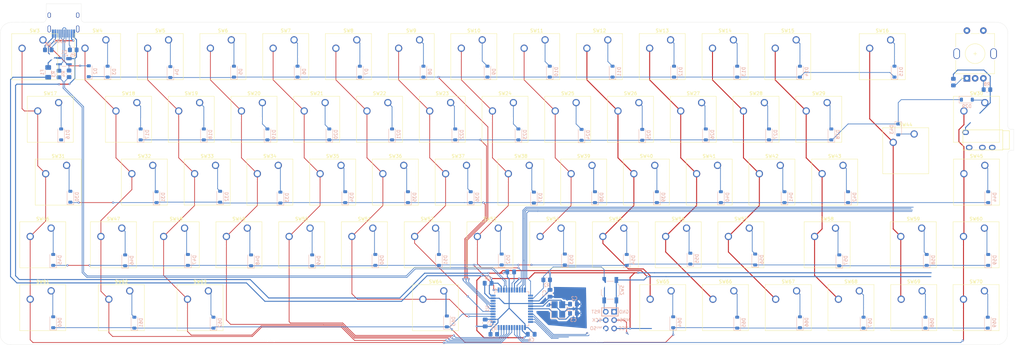
<source format=kicad_pcb>
(kicad_pcb (version 20240108) (generator "pcbnew") (generator_version "8.0")
  (layers (0 "F.Cu" signal) (31 "B.Cu" signal) (34 "B.Paste" user) (35 "F.Paste" user) (36 "B.SilkS" user "B.Silkscreen") (37 "F.SilkS" user "F.Silkscreen") (38 "B.Mask" user) (39 "F.Mask" user) (44 "Edge.Cuts" user))
  (net 0 "")
  (net 1 "Net-(U1-UCAP)")
  (net 2 "GND")
  (net 3 "XTAL2")
  (net 4 "XTAL1")
  (net 5 "+5V")
  (net 6 "DN")
  (net 7 "DP")
  (net 8 "VCC")
  (net 9 "row0")
  (net 10 "Net-(D2-A)")
  (net 11 "Net-(D3-A)")
  (net 12 "Net-(D4-A)")
  (net 13 "Net-(D5-A)")
  (net 14 "Net-(D6-A)")
  (net 15 "Net-(D7-A)")
  (net 16 "Net-(D8-A)")
  (net 17 "Net-(D9-A)")
  (net 18 "Net-(D10-A)")
  (net 19 "Net-(D11-A)")
  (net 20 "Net-(D12-A)")
  (net 21 "Net-(D13-A)")
  (net 22 "Net-(D14-A)")
  (net 23 "Net-(D15-A)")
  (net 24 "row1")
  (net 25 "Net-(D16-A)")
  (net 26 "Net-(D17-A)")
  (net 27 "Net-(D18-A)")
  (net 28 "Net-(D19-A)")
  (net 29 "Net-(D20-A)")
  (net 30 "Net-(D21-A)")
  (net 31 "Net-(D22-A)")
  (net 32 "Net-(D23-A)")
  (net 33 "Net-(D24-A)")
  (net 34 "Net-(D25-A)")
  (net 35 "Net-(D26-A)")
  (net 36 "Net-(D27-A)")
  (net 37 "Net-(D28-A)")
  (net 38 "Net-(D29-A)")
  (net 39 "row2")
  (net 40 "Net-(D30-A)")
  (net 41 "Net-(D31-A)")
  (net 42 "Net-(D32-A)")
  (net 43 "Net-(D33-A)")
  (net 44 "Net-(D34-A)")
  (net 45 "Net-(D35-A)")
  (net 46 "Net-(D36-A)")
  (net 47 "Net-(D37-A)")
  (net 48 "Net-(D38-A)")
  (net 49 "Net-(D39-A)")
  (net 50 "Net-(D40-A)")
  (net 51 "Net-(D41-A)")
  (net 52 "Net-(D42-A)")
  (net 53 "Net-(D43-A)")
  (net 54 "Net-(D44-A)")
  (net 55 "row3")
  (net 56 "Net-(D45-A)")
  (net 57 "Net-(D46-A)")
  (net 58 "Net-(D47-A)")
  (net 59 "Net-(D48-A)")
  (net 60 "Net-(D49-A)")
  (net 61 "Net-(D50-A)")
  (net 62 "Net-(D51-A)")
  (net 63 "Net-(D52-A)")
  (net 64 "Net-(D53-A)")
  (net 65 "Net-(D54-A)")
  (net 66 "Net-(D55-A)")
  (net 67 "Net-(D56-A)")
  (net 68 "Net-(D57-A)")
  (net 69 "Net-(D58-A)")
  (net 70 "Net-(D59-A)")
  (net 71 "Net-(D60-A)")
  (net 72 "row4")
  (net 73 "Net-(D61-A)")
  (net 74 "Net-(D62-A)")
  (net 75 "Net-(D63-A)")
  (net 76 "Net-(D64-A)")
  (net 77 "Net-(D65-A)")
  (net 78 "Net-(D66-A)")
  (net 79 "Net-(D67-A)")
  (net 80 "Net-(D68-A)")
  (net 81 "Net-(D69-A)")
  (net 82 "SCL")
  (net 83 "SDA")
  (net 84 "Net-(U1-~{HWB}{slash}PE2)")
  (net 85 "RESET")
  (net 86 "D-")
  (net 87 "D+")
  (net 88 "Net-(USB1-CC2)")
  (net 89 "Net-(USB1-CC1)")
  (net 90 "Rota_B")
  (net 91 "Rota_A")
  (net 92 "col0")
  (net 93 "col1")
  (net 94 "col2")
  (net 95 "col3")
  (net 96 "col4")
  (net 97 "col5")
  (net 98 "col6")
  (net 99 "col7")
  (net 100 "col11")
  (net 101 "col12")
  (net 102 "col13")
  (net 103 "col14")
  (net 106 "MISO")
  (net 107 "SCK")
  (net 108 "MOSI")
  (footprint "Button_Switch_Keyboard:SW_Cherry_MX_1.00u_PCB" (layer "F.Cu") (at 312.801 112.395)
    (property "Reference" "SW29")
    (property "Value" "KC_RIGHT_BRACKET")
  )
  (footprint "Button_Switch_Keyboard:SW_Cherry_MX_1.00u_PCB" (layer "F.Cu") (at 284.353 93.345)
    (property "Reference" "SW14")
    (property "Value" "KC_MINUS")
  )
  (footprint "Button_Switch_Keyboard:SW_Cherry_MX_1.00u_PCB" (layer "F.Cu") (at 284.48 169.545)
    (property "Reference" "SW66")
    (property "Value" "KC_RIGHT_GUI")
  )
  (footprint "Button_Switch_Keyboard:SW_Cherry_MX_1.00u_PCB" (layer "F.Cu") (at 360.68 131.445)
    (property "Reference" "SW45")
    (property "Value" "KC_PAGE_UP")
  )
  (footprint "Button_Switch_Keyboard:SW_Cherry_MX_1.00u_PCB" (layer "F.Cu") (at 270.129 150.495)
    (property "Reference" "SW56")
    (property "Value" "KC_DOT")
  )
  (footprint "Button_Switch_Keyboard:SW_Cherry_MX_1.50u_PCB" (layer "F.Cu") (at 79.502 112.395)
    (property "Reference" "SW17")
    (property "Value" "KC_TAB")
  )
  (footprint "Button_Switch_Keyboard:SW_Cherry_MX_1.00u_PCB" (layer "F.Cu") (at 146.177 131.445)
    (property "Reference" "SW34")
    (property "Value" "KC_D")
  )
  (footprint "Button_Switch_Keyboard:SW_Cherry_MX_2.00u_PCB" (layer "F.Cu") (at 332.067 93.36)
    (property "Reference" "SW16")
    (property "Value" "KC_BACKSPACE")
  )
  (footprint "Button_Switch_Keyboard:SW_Cherry_MX_1.00u_PCB" (layer "F.Cu") (at 127.127 131.445)
    (property "Reference" "SW33")
    (property "Value" "KC_S")
  )
  (footprint "Button_Switch_Keyboard:SW_Cherry_MX_1.00u_PCB" (layer "F.Cu") (at 341.503 150.495)
    (property "Reference" "SW59")
    (property "Value" "KC_UP")
  )
  (footprint "Button_Switch_Keyboard:SW_Cherry_MX_1.00u_PCB" (layer "F.Cu") (at 179.451 112.395)
    (property "Reference" "SW22")
    (property "Value" "KC_T")
  )
  (footprint "Button_Switch_Keyboard:SW_Cherry_MX_1.00u_PCB" (layer "F.Cu") (at 360.553 169.545)
    (property "Reference" "SW70")
    (property "Value" "KC_RIGHT")
  )
  (footprint "Button_Switch_Keyboard:SW_Cherry_MX_1.25u_PCB" (layer "F.Cu") (at 124.968 169.545)
    (property "Reference" "SW63")
    (property "Value" "KC_LEFT_ALT")
  )
  (footprint "Button_Switch_Keyboard:SW_Cherry_MX_1.00u_PCB" (layer "F.Cu") (at 246.22125 93.345)
    (property "Reference" "SW12")
    (property "Value" "KC_9")
  )
  (footprint "Button_Switch_Keyboard:SW_Cherry_MX_1.00u_PCB" (layer "F.Cu") (at 155.829 150.495)
    (property "Reference" "SW50")
    (property "Value" "KC_C")
  )
  (footprint "Button_Switch_Keyboard:SW_Cherry_MX_1.00u_PCB" (layer "F.Cu") (at 265.43 169.545)
    (property "Reference" "SW65")
    (property "Value" "KC_RIGHT_ALT")
  )
  (footprint "Button_Switch_Keyboard:SW_Cherry_MX_1.00u_PCB" (layer "F.Cu") (at 255.651 112.395)
    (property "Reference" "SW26")
    (property "Value" "KC_O")
  )
  (footprint "Button_Switch_Keyboard:SW_Cherry_MX_6.25u_PCB" (layer "F.Cu") (at 196.431 169.56)
    (property "Reference" "SW64")
    (property "Value" "KC_SPACE")
  )
  (footprint "Button_Switch_Keyboard:SW_Cherry_MX_1.00u_PCB" (layer "F.Cu") (at 241.427 131.445)
    (property "Reference" "SW39")
    (property "Value" "KC_K")
  )
  (footprint "Button_Switch_Keyboard:SW_Cherry_MX_1.00u_PCB" (layer "F.Cu") (at 184.277 131.445)
    (property "Reference" "SW36")
    (property "Value" "KC_G")
  )
  (footprint "Button_Switch_Keyboard:SW_Cherry_MX_1.00u_PCB" (layer "F.Cu") (at 222.377 131.445)
    (property "Reference" "SW38")
    (property "Value" "KC_J")
  )
  (footprint "Button_Switch_Keyboard:SW_Cherry_MX_1.00u_PCB" (layer "F.Cu") (at 112.87125 93.345)
    (property "Reference" "SW5")
    (property "Value" "KC_2")
  )
  (footprint "Button_Switch_Keyboard:SW_Cherry_MX_1.00u_PCB" (layer "F.Cu") (at 360.68 112.395)
    (property "Reference" "SW30")
    (property "Value" "KC_DEL")
  )
  (footprint "Keebio-Parts:RotaryEncoder_EC11" (layer "F.Cu") (at 357.73125 97.53125 90)
    (property "Reference" "SW71")
    (property "Value" "RotaryEncoder_Switch")
  )
  (footprint "Button_Switch_Keyboard:SW_Cherry_MX_1.00u_PCB" (layer "F.Cu") (at 174.879 150.495)
    (property "Reference" "SW51")
    (property "Value" "KC_V")
  )
  (footprint "Button_Switch_Keyboard:SW_Cherry_MX_1.00u_PCB" (layer "F.Cu") (at 122.301 112.395)
    (property "Reference" "SW19")
    (property "Value" "KC_W")
  )
  (footprint "Button_Switch_Keyboard:SW_Cherry_MX_1.00u_PCB" (layer "F.Cu") (at 203.327 131.445)
    (property "Reference" "SW37")
    (property "Value" "KC_H")
  )
  (footprint "Button_Switch_Keyboard:SW_Cherry_MX_1.00u_PCB" (layer "F.Cu") (at 98.679 150.495)
    (property "Reference" "SW47")
    (property "Value" "KC_GRAVE")
  )
  (footprint "Button_Switch_Keyboard:SW_Cherry_MX_1.00u_PCB" (layer "F.Cu") (at 93.853 93.345)
    (property "Reference" "SW4")
    (property "Value" "KC_1")
  )
  (footprint "Button_Switch_Keyboard:SW_Cherry_MX_1.00u_PCB" (layer "F.Cu") (at 208.09585 93.345)
    (property "Reference" "SW10")
    (property "Value" "KC_7")
  )
  (footprint "Button_Switch_Keyboard:SW_Cherry_MX_1.00u_PCB" (layer "F.Cu") (at 217.551 112.395)
    (property "Reference" "SW24")
    (property "Value" "KC_U")
  )
  (footprint "Button_Switch_Keyboard:SW_Cherry_MX_1.00u_PCB" (layer "F.Cu") (at 341.63 169.545)
    (property "Reference" "SW69")
    (property "Value" "KC_DOWN")
  )
  (footprint "Button_Switch_Keyboard:SW_Cherry_MX_ISOEnter_PCB" (layer "F.Cu") (at 339.217 121.92)
    (property "Reference" "SW44")
    (property "Value" "KC_ENTER")
  )
  (footprint "Button_Switch_Keyboard:SW_Cherry_MX_1.25u_PCB" (layer "F.Cu") (at 101.092 169.545)
    (property "Reference" "SW62")
    (property "Value" "KC_LEFT_GUI")
  )
  (footprint "Button_Switch_Keyboard:SW_Cherry_MX_1.75u_PCB" (layer "F.Cu") (at 315.341 150.495)
    (property "Reference" "SW58")
    (property "Value" "KC_RIGHT_SHIFT")
  )
  (footprint "Button_Switch_Keyboard:SW_Cherry_MX_1.00u_PCB" (layer "F.Cu") (at 279.527 131.445)
    (property "Reference" "SW41")
    (property "Value" "KC_SEMICOLON")
  )
  (footprint "Keebio-Parts:TRRS-PJ-320A" (layer "F.Cu") (at 366.125 123.725 -90)
    (property "Reference" "J3" (hide yes))
    (property "Value" "AudioJack4")
  )
  (footprint "Button_Switch_Keyboard:SW_Cherry_MX_1.00u_PCB" (layer "F.Cu") (at 289.179 150.495)
    (property "Reference" "SW57")
    (property "Value" "KC_SLASH")
  )
  (footprint "Button_Switch_Keyboard:SW_Cherry_MX_1.00u_PCB" (layer "F.Cu") (at 160.401 112.395)
    (property "Reference" "SW21")
    (property "Value" "KC_R")
  )
  (footprint "Button_Switch_Keyboard:SW_Cherry_MX_1.75u_PCB" (layer "F.Cu") (at 81.915 131.445)
    (property "Reference" "SW31")
    (property "Value" "KC_CAPS")
  )
  (footprint "Button_Switch_Keyboard:SW_Cherry_MX_1.00u_PCB" (layer "F.Cu") (at 108.077 131.445)
    (property "Reference" "SW32")
    (property "Value" "KC_A")
  )
  (footprint "Button_Switch_Keyboard:SW_Cherry_MX_1.25u_PCB" (layer "F.Cu") (at 77.216 169.545)
    (property "Reference" "SW61")
    (property "Value" "KC_LEFT_CTRL")
  )
  (footprint "Button_Switch_Keyboard:SW_Cherry_MX_1.00u_PCB" (layer "F.Cu") (at 360.553 150.495)
    (property "Reference" "SW60")
    (property "Value" "KC_PAGE_DOWN")
  )
  (footprint "Button_Switch_Keyboard:SW_Cherry_MX_1.00u_PCB" (layer "F.Cu") (at 298.577 131.445)
    (property "Reference" "SW42")
    (property "Value" "KC_QUOTE")
  )
  (footprint "Button_Switch_Keyboard:SW_Cherry_MX_1.00u_PCB" (layer "F.Cu") (at 227.17125 93.345)
    (property "Reference" "SW11")
    (property "Value" "KC_8")
  )
  (footprint "Button_Switch_Keyboard:SW_Cherry_MX_1.00u_PCB" (layer "F.Cu") (at 141.351 112.395)
    (property "Reference" "SW20")
    (property "Value" "KC_E")
  )
  (footprint "Button_Switch_Keyboard:SW_Cherry_MX_1.00u_PCB" (layer "F.Cu") (at 303.403 93.345)
    (property "Reference" "SW15")
    (property "Value" "KC_EQUAL")
  )
  (footprint "Button_Switch_Keyboard:SW_Cherry_MX_1.00u_PCB" (layer "F.Cu") (at 236.601 112.395)
    (property "Reference" "SW25")
    (property "Value" "KC_I")
  )
  (footprint "Button_Switch_Keyboard:SW_Cherry_MX_1.00u_PCB" (layer "F.Cu") (at 212.979 150.495)
    (property "Reference" "SW53")
    (property "Value" "KC_N")
  )
  (footprint "Button_Switch_Keyboard:SW_Cherry_MX_1.00u_PCB" (layer "F.Cu") (at 189.07125 93.345)
    (property "Reference" "SW9")
    (property "Value" "KC_6")
  )
  (footprint "Button_Switch_Keyboard:SW_Cherry_MX_1.00u_PCB" (layer "F.Cu") (at 232.029 150.495)
    (property "Reference" "SW54")
    (property "Value" "KC_M")
  )
  (footprint "Button_Switch_Keyboard:SW_Cherry_MX_1.25u_PCB" (layer "F.Cu") (at 77.216 150.495)
    (property "Reference" "SW46")
    (property "Value" "KC_LEFT_SHIFT")
  )
  (footprint "Button_Switch_Keyboard:SW_Cherry_MX_1.00u_PCB" (layer "F.Cu") (at 303.53 169.545)
    (property "Reference" "SW67")
    (property "Value" "KC_RIGHT_CTRL")
  )
  (footprint "Button_Switch_Keyboard:SW_Cherry_MX_1.00u_PCB" (layer "F.Cu") (at 150.97125 93.345)
    (property "Reference" "SW7")
    (property "Value" "KC_4")
  )
  (footprint "Button_Switch_Keyboard:SW_Cherry_MX_1.00u_PCB" (layer "F.Cu") (at 265.27125 93.345)
    (property "Reference" "SW13")
    (property "Value" "KC_0")
  )
  (footprint "Button_Switch_Keyboard:SW_Cherry_MX_1.00u_PCB" (layer "F.Cu") (at 251.079 150.495)
    (property "Reference" "SW55")
    (property "Value" "KC_COMMA")
  )
  (footprint "Button_Switch_Keyboard:SW_Cherry_MX_1.00u_PCB" (layer "F.Cu") (at 322.58 169.545)
    (property "Reference" "SW68")
    (property "Value" "KC_LEFT")
  )
  (footprint "Button_Switch_Keyboard:SW_Cherry_MX_1.00u_PCB" (layer "F.Cu") (at 131.92125 93.345)
    (property "Reference" "SW6")
    (property "Value" "KC_3")
  )
  (footprint "Button_Switch_Keyboard:SW_Cherry_MX_1.00u_PCB" (layer "F.Cu") (at 136.779 150.495)
    (property "Reference" "SW49")
    (property "Value" "KC_X")
  )
  (footprint "Button_Switch_Keyboard:SW_Cherry_MX_1.00u_PCB" (layer "F.Cu") (at 170.02125 93.345)
    (property "Reference" "SW8")
    (property "Value" "KC_5")
  )
  (footprint "Button_Switch_Keyboard:SW_Cherry_MX_1.00u_PCB" (layer "F.Cu") (at 165.227 131.445)
    (property "Reference" "SW35")
    (property "Value" "KC_F")
  )
  (footprint "Button_Switch_Keyboard:SW_Cherry_MX_1.00u_PCB" (layer "F.Cu") (at 74.74585 93.3704)
    (property "Reference" "SW3")
    (property "Value" "KC_ESCAPE")
  )
  (footprint "Button_Switch_Keyboard:SW_Cherry_MX_1.00u_PCB" (layer "F.Cu") (at 117.729 150.495)
    (property "Reference" "SW48")
    (property "Value" "KC_Z")
  )
  (footprint "Button_Switch_Keyboard:SW_Cherry_MX_1.00u_PCB" (layer "F.Cu") (at 193.929 150.495)
    (property "Reference" "SW52")
    (property "Value" "KC_B")
  )
  (footprint "Button_Switch_Keyboard:SW_Cherry_MX_1.00u_PCB" (layer "F.Cu") (at 198.501 112.395)
    (property "Reference" "SW23")
    (property "Value" "KC_Y")
  )
  (footprint "Button_Switch_Keyboard:SW_Cherry_MX_1.00u_PCB" (layer "F.Cu") (at 293.751 112.395)
    (property "Reference" "SW28")
    (property "Value" "KC_LEFT_BRACKET")
  )
  (footprint "Button_Switch_Keyboard:SW_Cherry_MX_1.00u_PCB" (layer "F.Cu") (at 317.627 131.445)
    (property "Reference" "SW43")
    (property "Value" "KC_NONUS_HASH")
  )
  (footprint "Button_Switch_Keyboard:SW_Cherry_MX_1.00u_PCB" (layer "F.Cu") (at 274.701 112.395)
    (property "Reference" "SW27")
    (property "Value" "KC_P")
  )
  (footprint "Button_Switch_Keyboard:SW_Cherry_MX_1.00u_PCB" (layer "F.Cu") (at 103.251 112.395)
    (property "Reference" "SW18")
    (property "Value" "KC_Q")
  )
  (footprint "Button_Switch_Keyboard:SW_Cherry_MX_1.00u_PCB" (layer "F.Cu") (at 260.477 131.445)
    (property "Reference" "SW40")
    (property "Value" "KC_L")
  )
  (footprint "Diode_SMD:D_SOD-123" (layer "B.Cu") (at 333.248 102.997 90)
    (property "Reference" "D15")
    (property "Value" "D")
  )
  (footprint "Diode_SMD:D_SOD-123" (layer "B.Cu") (at 247.65 102.997 90)
    (property "Reference" "D11")
    (property "Value" "D")
  )
  (footprint "Diode_SMD:D_SOD-123" (layer "B.Cu") (at 194.945 160.147 90)
    (property "Reference" "D51")
    (property "Value" "D")
  )
  (footprint "Diode_SMD:D_SOD-123" (layer "B.Cu") (at 77.851 160.147 90)
    (property "Reference" "D45")
    (property "Value" "D")
  )
  (footprint "Diode_SMD:D_SOD-123" (layer "B.Cu") (at 94.361 102.998 90)
    (property "Reference" "D3")
    (property "Value" "D")
  )
  (footprint "Diode_SMD:D_SOD-123" (layer "B.Cu") (at 228.6 102.997 90)
    (property "Reference" "D10")
    (property "Value" "D")
  )
  (footprint "Diode_SMD:D_SOD-123" (layer "B.Cu") (at 361.696 141.097 90)
    (property "Reference" "D44")
    (property "Value" "D")
  )
  (footprint "Diode_SMD:D_SOD-123" (layer "B.Cu") (at 242.316 141.097 90)
    (property "Reference" "D38")
    (property "Value" "D")
  )
  (footprint "Diode_SMD:D_SOD-123" (layer "B.Cu") (at 299.847 141.097 90)
    (property "Reference" "D41")
    (property "Value" "D")
  )
  (footprint "Diode_SMD:D_SOD-123" (layer "B.Cu") (at 361.569 179.197 90)
    (property "Reference" "D69")
    (property "Value" "D")
  )
  (footprint "Diode_SMD:D_SOD-123" (layer "B.Cu") (at 334.391 120.523 -90)
    (property "Reference" "D43")
    (property "Value" "D")
  )
  (footprint "Diode_SMD:D_SOD-123" (layer "B.Cu") (at 285.496 179.197 90)
    (property "Reference" "D65")
    (property "Value" "D")
  )
  (footprint "Diode_SMD:D_SOD-123" (layer "B.Cu") (at 102.489 179.197 90)
    (property "Reference" "D61")
    (property "Value" "D")
  )
  (footprint "Diode_SMD:D_SOD-123" (layer "B.Cu") (at 77.851 179.07 90)
    (property "Reference" "D60")
    (property "Value" "D")
  )
  (footprint "Diode_SMD:D_SOD-123" (layer "B.Cu") (at 204.597 141.097 90)
    (property "Reference" "D36")
    (property "Value" "D")
  )
  (footprint "Capacitor_SMD:C_0805_2012Metric_Pad1.18x1.45mm_HandSolder" (layer "B.Cu") (at 235.7881 176.374)
    (property "Reference" "C3")
    (property "Value" "22p")
  )
  (footprint "Diode_SMD:D_SOD-123" (layer "B.Cu") (at 118.745 160.147 90)
    (property "Reference" "D47")
    (property "Value" "D")
  )
  (footprint "Diode_SMD:D_SOD-123" (layer "B.Cu") (at 156.464 160.274 90)
    (property "Reference" "D49")
    (property "Value" "D")
  )
  (footprint "Diode_SMD:D_SOD-123" (layer "B.Cu") (at 166.497 141.097 90)
    (property "Reference" "D34")
    (property "Value" "D")
  )
  (footprint "Capacitor_SMD:C_0805_2012Metric_Pad1.18x1.45mm_HandSolder" (layer "B.Cu") (at 235.7881 173.58)
    (property "Reference" "C2")
    (property "Value" "22p")
  )
  (footprint "Resistor_SMD:R_0805_2012Metric_Pad1.20x1.40mm_HandSolder" (layer "B.Cu") (at 79.61275 103.7234 -90)
    (property "Reference" "R3")
    (property "Value" "22")
  )
  (footprint "Diode_SMD:D_SOD-123" (layer "B.Cu") (at 137.922 160.274 90)
    (property "Reference" "D48")
    (property "Value" "D")
  )
  (footprint "Diode_SMD:D_SOD-123" (layer "B.Cu") (at 223.774 141.224 90)
    (property "Reference" "D37")
    (property "Value" "D")
  )
  (footprint "Diode_SMD:D_SOD-123" (layer "B.Cu") (at 361.696 160.147 90)
    (property "Reference" "D59")
    (property "Value" "D")
  )
  (footprint "Diode_SMD:D_SOD-123" (layer "B.Cu") (at 280.543 141.097 90)
    (property "Reference" "D40")
    (property "Value" "D")
  )
  (footprint "Diode_SMD:D_SOD-123" (layer "B.Cu") (at 83.058 140.97 90)
    (property "Reference" "D30")
    (property "Value" "D")
  )
  (footprint "Diode_SMD:D_SOD-123" (layer "B.Cu") (at 261.112 141.097 90)
    (property "Reference" "D39")
    (property "Value" "D")
  )
  (footprint "Diode_SMD:D_SOD-123" (layer "B.Cu") (at 343.027 160.147 90)
    (property "Reference" "D58")
    (property "Value" "D")
  )
  (footprint "Diode_SMD:D_SOD-123" (layer "B.Cu") (at 126.492 179.197 90)
    (property "Reference" "D62")
    (property "Value" "D")
  )
  (footprint "Package_QFP:TQFP-44_10x10mm_P0.8mm" (layer "B.Cu") (at 217.0716 174.989 -90)
    (property "Reference" "U1")
    (property "Value" "ATmega32U4-A")
  )
  (footprint "Diode_SMD:D_SOD-123" (layer "B.Cu") (at 80.264 122.047 90)
    (property "Reference" "D16")
    (property "Value" "D")
  )
  (footprint "Diode_SMD:D_SOD-123" (layer "B.Cu") (at 213.995 160.02 90)
    (property "Reference" "D52")
    (property "Value" "D")
  )
  (footprint "Diode_SMD:D_SOD-123" (layer "B.Cu") (at 152.019 102.997 90)
    (property "Reference" "D6")
    (property "Value" "D")
  )
  (footprint "Capacitor_SMD:C_0805_2012Metric_Pad1.18x1.45mm_HandSolder" (layer "B.Cu") (at 209.8801 167.23 180)
    (property "Reference" "C5")
    (property "Value" "10u")
  )
  (footprint "Diode_SMD:D_SOD-123" (layer "B.Cu") (at 128.524 140.97 90)
    (property "Reference" "D32")
    (property "Value" "D")
  )
  (footprint "Diode_SMD:D_SOD-123" (layer "B.Cu") (at 88.646 102.87 90)
    (property "Reference" "D2")
    (property "Value" "D")
  )
  (footprint "Diode_SMD:D_SOD-123" (layer "B.Cu") (at 314.071 122.047 90)
    (property "Reference" "D28")
    (property "Value" "D")
  )
  (footprint "Capacitor_SMD:C_0805_2012Metric_Pad1.18x1.45mm_HandSolder" (layer "B.Cu") (at 222.9611 182.724)
    (property "Reference" "C6")
    (property "Value" "0.1u")
  )
  (footprint "Diode_SMD:D_SOD-123" (layer "B.Cu") (at 285.496 102.997 90)
    (property "Reference" "D13")
    (property "Value" "D")
  )
  (footprint "Diode_SMD:D_SOD-123" (layer "B.Cu") (at 316.484 160.274 90)
    (property "Reference" "D57")
    (property "Value" "D")
  )
  (footprint "Diode_SMD:D_SOD-123" (layer "B.Cu") (at 266.065 179.07 90)
    (property "Reference" "D64")
    (property "Value" "D")
  )
  (footprint "Resistor_SMD:R_0805_2012Metric_Pad1.20x1.40mm_HandSolder" (layer "B.Cu") (at 361.3244 108.458 180)
    (property "Reference" "R8")
    (property "Value" "10k")
  )
  (footprint "Diode_SMD:D_SOD-123" (layer "B.Cu") (at 266.319 102.997 90)
    (property "Reference" "D12")
    (property "Value" "D")
  )
  (footprint "Resistor_SMD:R_0805_2012Metric_Pad1.20x1.40mm_HandSolder" (layer "B.Cu") (at 83.93125 96.393)
    (property "Reference" "R5")
    (property "Value" "5.1k")
  )
  (footprint "Diode_SMD:D_SOD-123" (layer "B.Cu") (at 190.246 102.997 90)
    (property "Reference" "D8")
    (property "Value" "D")
  )
  (footprint "Diode_SMD:D_SOD-123" (layer "B.Cu") (at 104.394 122.047 90)
    (property "Reference" "D17")
    (property "Value" "D")
  )
  (footprint "Diode_SMD:D_SOD-123" (layer "B.Cu") (at 132.715 102.997 90)
    (property "Reference" "D5")
    (property "Value" "D")
  )
  (footprint "Diode_SMD:D_SOD-123" (layer "B.Cu") (at 99.695 160.274 90)
    (property "Reference" "D46")
    (property "Value" "D")
  )
  (footprint "Crystal:Crystal_SMD_3225-4Pin_3.2x2.5mm_HandSoldering" (layer "B.Cu") (at 231.2216 175.2015 90)
    (property "Reference" "Y1")
    (property "Value" "XTAL")
  )
  (footprint "Diode_SMD:D_SOD-123" (layer "B.Cu") (at 304.546 102.997 90)
    (property "Reference" "D14")
    (property "Value" "D")
  )
  (footprint "Type-C:HRO-TYPE-C-31-M-12-HandSoldering" (layer "B.Cu") (at 80.9625 83.24375)
    (property "Reference" "USB1")
    (property "Value" "HRO-TYPE-C-31-M-12")
  )
  (footprint "Diode_SMD:D_SOD-123" (layer "B.Cu") (at 304.546 179.07 90)
    (property "Reference" "D66")
    (property "Value" "D")
  )
  (footprint "Diode_SMD:D_SOD-123" (layer "B.Cu") (at 123.571 122.047 90)
    (property "Reference" "D18")
    (property "Value" "D")
  )
  (footprint "Diode_SMD:D_SOD-123" (layer "B.Cu") (at 209.677 102.997 90)
    (property "Reference" "D9")
    (property "Value" "D")
  )
  (footprint "Package_TO_SOT_SMD:SOT-143_Handsoldering" (layer "B.Cu") (at 81.129 99.79685 180)
    (property "Reference" "D1")
    (property "Value" "PRTR5V0U2X")
  )
  (footprint "Resistor_SMD:R_0805_2012Metric_Pad1.20x1.40mm_HandSolder" (layer "B.Cu") (at 76.359 96.393 180)
    (property "Reference" "R6")
    (property "Value" "5.1k")
  )
  (footprint "Resistor_SMD:R_0805_2012Metric_Pad1.20x1.40mm_HandSolder" (layer "B.Cu") (at 351.1296 106.172 -90)
    (property "Reference" "R7" (hide yes))
    (property "Value" "10k")
  )
  (footprint "Diode_SMD:D_SOD-123" (layer "B.Cu") (at 199.898 122.047 90)
    (property "Reference" "D22")
    (property "Value" "D")
  )
  (footprint "Diode_SMD:D_SOD-123" (layer "B.Cu") (at 233.172 160.02 90)
    (property "Reference" "D53")
    (property "Value" "D")
  )
  (footprint "Capacitor_SMD:C_0805_2012Metric_Pad1.18x1.45mm_HandSolder" (layer "B.Cu") (at 208.9911 179.295 90)
    (property "Reference" "C4")
    (property "Value" "0.1u")
  )
  (footprint "Button_Switch_SMD:SW_SPST_SKQG_WithStem" (layer "B.Cu") (at 246.9713 169.3347 90)
    (property "Reference" "SW2")
    (property "Value" "SW_Push_Reset")
  )
  (footprint "Diode_SMD:D_SOD-123" (layer "B.Cu") (at 161.671 122.047 90)
    (property "Reference" "D20")
    (property "Value" "D")
  )
  (footprint "Diode_SMD:D_SOD-123" (layer "B.Cu") (at 290.957 160.02 90)
    (property "Reference" "D56")
    (property "Value" "D")
  )
  (footprint "Diode_SMD:D_SOD-123" (layer "B.Cu") (at 319.151 141.097 90)
    (property "Reference" "D42")
    (property "Value" "D")
  )
  (footprint "Diode_SMD:D_SOD-123" (layer "B.Cu") (at 238.252 122.174 90)
    (property "Reference" "D24")
    (property "Value" "D")
  )
  (footprint "Diode_SMD:D_SOD-123" (layer "B.Cu") (at 295.148 122.047 90)
    (property "Reference" "D27")
    (property "Value" "D")
  )
  (footprint "Diode_SMD:D_SOD-123" (layer "B.Cu") (at 342.646 179.197 90)
    (property "Reference" "D68")
    (property "Value" "D")
  )
  (footprint "Diode_SMD:D_SOD-123" (layer "B.Cu") (at 146.812 141.224 90)
    (property "Reference" "D33")
    (property "Value" "D")
  )
  (footprint "Resistor_SMD:R_0805_2012Metric_Pad1.20x1.40mm_HandSolder" (layer "B.Cu") (at 211.6051 182.7205 180)
    (property "Reference" "R1")
    (property "Value" "10k")
  )
  (footprint "Diode_SMD:D_SOD-123" (layer "B.Cu") (at 271.272 159.766 90)
    (property "Reference" "D55")
    (property "Value" "D")
  )
  (footprint "Fuse:Fuse_1206_3216Metric_Pad1.42x1.75mm_HandSolder" (layer "B.Cu") (at 76.327 103.2145 -90)
    (property "Reference" "F1")
    (property "Value" "500m")
  )
  (footprint "Diode_SMD:D_SOD-123" (layer "B.Cu") (at 251.968 160.147 90)
    (property "Reference" "D54")
    (property "Value" "D")
  )
  (footprint "Diode_SMD:D_SOD-123" (layer "B.Cu") (at 142.875 122.047 90)
    (property "Reference" "D19")
    (property "Value" "D")
  )
  (footprint "Diode_SMD:D_SOD-123" (layer "B.Cu") (at 219.075 122.047 90)
    (property "Reference" "D23")
    (property "Value" "D")
  )
  (footprint "Capacitor_SMD:C_0805_2012Metric_Pad1.18x1.45mm_HandSolder" (layer "B.Cu") (at 228.6761 170.278 -90)
    (property "Reference" "C7")
    (property "Value" "0.1u")
  )
  (footprint "Diode_SMD:D_SOD-123" (layer "B.Cu") (at 355.22 111.506)
    (property "Reference" "D29")
    (property "Value" "D")
  )
  (footprint "Capacitor_SMD:C_0805_2012Metric_Pad1.18x1.45mm_HandSolder" (layer "B.Cu") (at 216.7381 163.801 180)
    (property "Reference" "C1" (hide yes))
    (property "Value" "1u")
  )
  (footprint "Diode_SMD:D_SOD-123" (layer "B.Cu") (at 113.411 103.124 90)
    (property "Reference" "D4")
    (property "Value" "D")
  )
  (footprint "Diode_SMD:D_SOD-123" (layer "B.Cu") (at 175.641 160.147 90)
    (property "Reference" "D50")
    (property "Value" "D")
  )
  (footprint "Diode_SMD:D_SOD-123" (layer "B.Cu") (at 109.22 141.097 90)
    (property "Reference" "D31")
    (property "Value" "D")
  )
  (footprint "Diode_SMD:D_SOD-123" (layer "B.Cu") (at 197.358 178.816 90)
    (property "Reference" "D63")
    (property "Value" "D")
  )
  (footprint "Diode_SMD:D_SOD-123" (layer "B.Cu") (at 323.85 179.197 90)
    (property "Reference" "D67")
    (property "Value" "D")
  )
  (footprint "Diode_SMD:D_SOD-123" (layer "B.Cu") (at 170.942 102.997 90)
    (property "Reference" "D7")
    (property "Value" "D")
  )
  (footprint "Diode_SMD:D_SOD-123" (layer "B.Cu") (at 256.667 122.174 90)
    (property "Reference" "D25")
    (property "Value" "D")
  )
  (footprint "Diode_SMD:D_SOD-123" (layer "B.Cu") (at 180.721 122.047 90)
    (property "Reference" "D21")
    (property "Value" "D")
  )
  (footprint "Diode_SMD:D_SOD-123" (layer "B.Cu") (at 185.547 141.097 90)
    (property "Reference" "D35")
    (property "Value" "D")
  )
  (footprint "Resistor_SMD:R_0805_2012Metric_Pad1.20x1.40mm_HandSolder" (layer "B.Cu") (at 82.66075 103.6566 -90)
    (property "Reference" "R4")
    (property "Value" "22")
  )
  (footprint "Diode_SMD:D_SOD-123" (layer "B.Cu") (at 275.971 122.047 90)
    (property "Reference" "D26")
    (property "Value" "D")
  )
  (footprint "Resistor_SMD:R_0805_2012Metric_Pad1.20x1.40mm_HandSolder" (layer "B.Cu") (at 227.6601 166.214)
    (property "Reference" "R2")
    (property "Value" "10k")
  )
  (footprint "random-keyboard-parts:Reset_Pretty-Mask" (layer "B.Cu") (at 246.8697 178.4279)
    (property "Reference" "J1")
    (property "Value" "AVR-ISP-6")
  )
  (gr_arc (start 364.363 88.011) (mid 366.697867 88.978133) (end 367.665 91.313) (stroke (width 0.05)) (layer "Edge.Cuts"))
  (gr_line (start 364.109 185.928) (end 64.897 185.928) (stroke (width 0.05)) (layer "Edge.Cuts"))
  (gr_line (start 74.676 88.011) (end 65.072867 88.059867) (stroke (width 0.05)) (layer "Edge.Cuts"))
  (gr_arc (start 367.538 182.626) (mid 366.570867 184.960867) (end 364.236 185.928) (stroke (width 0.05)) (layer "Edge.Cuts"))
  (gr_arc (start 65.024 185.928) (mid 62.689133 184.960867) (end 61.722 182.626) (stroke (width 0.05)) (layer "Edge.Cuts"))
  (gr_line (start 86.36 86.995) (end 86.36 82.423) (stroke (width 0.05)) (layer "Edge.Cuts"))
  (gr_line (start 61.770867 91.361867) (end 61.722 182.626) (stroke (width 0.05)) (layer "Edge.Cuts"))
  (gr_line (start 367.665 91.313) (end 367.665 107.061) (stroke (width 0.05)) (layer "Edge.Cuts"))
  (gr_line (start 86.36 82.423) (end 75.692 82.423) (stroke (width 0.05)) (layer "Edge.Cuts"))
  (gr_arc (start 367.665 127.889) (mid 367.96258 127.17058) (end 368.681 126.873) (stroke (width 0.05)) (layer "Edge.Cuts"))
  (gr_line (start 87.376 88.011) (end 364.363 88.011) (stroke (width 0.05)) (layer "Edge.Cuts"))
  (gr_line (start 369.443 126.873) (end 369.443 120.523) (stroke (width 0.05)) (layer "Edge.Cuts"))
  (gr_arc (start 61.770867 91.361867) (mid 62.738 89.027) (end 65.072867 88.059867) (stroke (width 0.05)) (layer "Edge.Cuts"))
  (gr_line (start 75.692 82.423) (end 75.692 86.995) (stroke (width 0.05)) (layer "Edge.Cuts"))
  (gr_line (start 369.443 120.523) (end 368.681 120.523) (stroke (width 0.05)) (layer "Edge.Cuts"))
  (gr_arc (start 75.692 86.995) (mid 75.39442 87.71342) (end 74.676 88.011) (stroke (width 0.05)) (layer "Edge.Cuts"))
  (gr_arc (start 368.681 120.523) (mid 367.96258 120.22542) (end 367.665 119.507) (stroke (width 0.05)) (layer "Edge.Cuts"))
  (gr_line (start 367.665 119.507) (end 367.665 107.061) (stroke (width 0.05)) (layer "Edge.Cuts"))
  (gr_line (start 367.538 182.626) (end 367.665 127.889) (stroke (width 0.05)) (layer "Edge.Cuts"))
  (gr_line (start 368.681 126.873) (end 369.443 126.873) (stroke (width 0.05)) (layer "Edge.Cuts"))
  (gr_arc (start 87.376 88.011) (mid 86.65758 87.71342) (end 86.36 86.995) (stroke (width 0.05)) (layer "Edge.Cuts"))
  (segment (start 217.7541 163.8225) (end 217.7756 163.801) (width 0.2) (layer "B.Cu") (net 1))
  (segment (start 217.0716 169.289) (end 217.1191 169.2415) (width 0.2) (layer "B.Cu") (net 1))
  (segment (start 217.1191 167.23) (end 217.7541 166.595) (width 0.2) (layer "B.Cu") (net 1))
  (segment (start 217.1191 169.2415) (end 217.1191 167.23) (width 0.2) (layer "B.Cu") (net 1))
  (segment (start 217.7541 166.595) (end 217.7541 163.8225) (width 0.2) (layer "B.Cu") (net 1))
  (segment (start 213.5449 164.182) (end 213.7989 164.182) (width 0.3) (layer "F.Cu") (net 2))
  (segment (start 214.3358 163.3911) (end 256.3551 163.3911) (width 0.3) (layer "F.Cu") (net 2))
  (segment (start 213.5449 164.182) (end 214.3358 163.3911) (width 0.3) (layer "F.Cu") (net 2))
  (segment (start 82.677 106.807) (end 79.629 106.807) (width 0.3) (layer "F.Cu") (net 2))
  (segment (start 256.3551 163.3911) (end 258.191 165.227) (width 0.3) (layer "F.Cu") (net 2))
  (segment (start 210.0071 164.182) (end 213.5449 164.182) (width 0.3) (layer "F.Cu") (net 2))
  (segment (start 213.7989 164.182) (end 214.5791 164.182) (width 0.3) (layer "F.Cu") (net 2))
  (via (at 238.0741 176.374) (size 0.6) (drill 0.3) (layers "F.Cu" "B.Cu") (net 2))
  (via (at 214.5791 164.182) (size 0.6) (drill 0.3) (layers "F.Cu" "B.Cu") (net 2))
  (via (at 82.7405 106.7435) (size 0.6) (drill 0.3) (layers "F.Cu" "B.Cu") (net 2))
  (via (at 210.0071 164.182) (size 0.6) (drill 0.3) (layers "F.Cu" "B.Cu") (net 2))
  (via (at 238.0741 173.58) (size 0.6) (drill 0.3) (layers "F.Cu" "B.Cu") (net 2))
  (via (at 258.191 165.227) (size 0.6) (drill 0.3) (layers "F.Cu" "B.Cu") (net 2))
  (via (at 228.1681 173.834) (size 0.6) (drill 0.3) (layers "F.Cu" "B.Cu") (net 2))
  (via (at 79.629 106.807) (size 0.6) (drill 0.3) (layers "F.Cu" "B.Cu") (net 2))
  (segment (start 213.2216 171.789) (end 211.3716 171.789) (width 0.3) (layer "B.Cu") (net 2))
  (segment (start 215.7221 163.8225) (end 215.7221 165.325) (width 0.3) (layer "B.Cu") (net 2))
  (segment (start 228.6761 171.3155) (end 235.0691 171.3155) (width 0.3) (layer "B.Cu") (net 2))
  (segment (start 237.3336 173.82325) (end 237.3336 173.58) (width 0.2) (layer "B.Cu") (net 2))
  (segment (start 77.7375 91.43875) (end 77.7375 92.6965) (width 0.3) (layer "B.Cu") (net 2))
  (segment (start 221.0716 180.689) (end 221.0716 179.6085) (width 0.3) (layer "B.Cu") (net 2))
  (segment (start 210.0071 164.182) (end 190.6052 164.182) (width 0.3) (layer "B.Cu") (net 2))
  (segment (start 216.2716 165.8745) (end 216.2716 169.289) (width 0.3) (layer "B.Cu") (net 2))
  (segment (start 233.9191 175.104) (end 235.8096 175.104) (width 0.3) (layer "B.Cu") (net 2))
  (segment (start 248.8213 175.2063) (end 248.1397 175.8879) (width 0.2) (layer "B.Cu") (net 2))
  (segment (start 210.6051 181.4805) (end 212.8911 179.1945) (width 0.3) (layer "B.Cu") (net 2))
  (segment (start 67.564 166.116) (end 66.421 164.973) (width 0.3) (layer "B.Cu") (net 2))
  (segment (start 84.416825 99.04685) (end 84.416825 105.067175) (width 0.3) (layer "B.Cu") (net 2))
  (segment (start 221.0716 179.6085) (end 216.2716 174.8085) (width 0.3) (layer "B.Cu") (net 2))
  (segment (start 84.416825 99.04685) (end 82.629 99.04685) (width 0.3) (layer "B.Cu") (net 2))
  (segment (start 248.8213 172.4347) (end 248.8213 175.2063) (width 0.3) (layer "B.Cu") (net 2))
  (segment (start 221.0716 180.689) (end 221.9636 180.689) (width 0.3) (layer "B.Cu") (net 2))
  (segment (start 82.7405 106.7435) (end 82.677 106.807) (width 0.3) (layer "B.Cu") (net 2))
  (segment (start 77.7375 92.6965) (end 75.359 95.075) (width 0.3) (layer "B.Cu") (net 2))
  (segment (start 212.8911 178.189) (end 216.2716 174.8085) (width 0.3) (layer "B.Cu") (net 2))
  (segment (start 183.0832 171.704) (end 143.256 171.704) (width 0.3) (layer "B.Cu") (net 2))
  (segment (start 84.1875 92.5695) (end 84.1875 91.43875) (width 0.3) (layer "B.Cu") (net 2))
  (segment (start 84.93125 93.31325) (end 84.1875 92.5695) (width 0.3) (layer "B.Cu") (net 2))
  (segment (start 232.3716 176.2015) (end 232.3716 176.6515) (width 0.2) (layer "B.Cu") (net 2))
  (segment (start 216.2716 169.289) (end 216.2716 173.3475) (width 0.3) (layer "B.Cu") (net 2))
  (segment (start 212.8911 178.189) (end 211.3716 178.189) (width 0.3) (layer "B.Cu") (net 2))
  (segment (start 190.6052 164.182) (end 183.0832 171.704) (width 0.3) (layer "B.Cu") (net 2))
  (segment (start 209.0596 178.189) (end 208.9911 178.2575) (width 0.3) (layer "B.Cu") (net 2))
  (segment (start 84.93125 95.15) (end 84.93125 97.18675) (width 0.3) (layer "B.Cu") (net 2))
  (segment (start 235.0691 171.3155) (end 237.3336 173.58) (width 0.3) (layer "B.Cu") (net 2))
  (segment (start 216.2186 173.4005) (end 214.8331 173.4005) (width 0.3) (layer "B.Cu") (net 2))
  (segment (start 66.421 107.188) (end 66.802 106.807) (width 0.3) (layer "B.Cu") (net 2))
  (segment (start 232.3716 176.6515) (end 233.9191 175.104) (width 0.3) (layer "B.Cu") (net 2))
  (segment (start 216.2716 174.8085) (end 216.2716 173.3475) (width 0.3) (layer "B.Cu") (net 2))
  (segment (start 214.8331 173.4005) (end 214.22435 172.79175) (width 0.3) (layer "B.Cu") (net 2))
  (segment (start 263.906 165.227) (end 344.297 165.227) (width 0.3) (layer "B.Cu") (net 2))
  (segment (start 222.7716 173.389) (end 226.6026 173.389) (width 0.3) (layer "B.Cu") (net 2))
  (segment (start 230.0716 173.9015) (end 232.3716 176.2015) (width 0.3) (layer "B.Cu") (net 2))
  (segment (start 143.256 171.704) (end 137.668 166.116) (width 0.3) (layer "B.Cu") (net 2))
  (segment (start 84.93125 95.15) (end 84.93125 93.31325) (width 0.3) (layer "B.Cu") (net 2))
  (segment (start 215.7221 165.325) (end 216.2716 165.8745) (width 0.3) (layer "B.Cu") (net 2))
  (segment (start 66.802 106.807) (end 79.629 106.807) (width 0.3) (layer "B.Cu") (net 2))
  (segment (start 137.668 166.116) (end 67.564 166.116) (width 0.3) (layer "B.Cu") (net 2))
  (segment (start 84.93125 96.901) (end 84.93125 98.532425) (width 0.3) (layer "B.Cu") (net 2))
  (segment (start 208.8426 170.31) (end 208.8426 167.23) (width 0.3) (layer "B.Cu") (net 2))
  (segment (start 230.0716 173.7515) (end 230.0716 173.9015) (width 0.2) (layer "B.Cu") (net 2))
  (segment (start 216.2716 173.3475) (end 216.2186 173.4005) (width 0.3) (layer "B.Cu") (net 2))
  (segment (start 226.6026 173.389) (end 228.6761 171.3155) (width 0.3) (layer "B.Cu") (net 2))
  (segment (start 236.0636 175.104) (end 236.8256 175.866) (width 0.3) (layer "B.Cu") (net 2))
  (segment (start 215.7006 163.801) (end 215.7221 163.8225) (width 0.3) (layer "B.Cu") (net 2))
  (segment (start 212.8911 179.1945) (end 212.8911 178.189) (width 0.3) (layer "B.Cu") (net 2))
  (segment (start 235.8096 175.104) (end 236.0636 175.104) (width 0.2) (layer "B.Cu") (net 2))
  (segment (start 84.416825 105.067175) (end 82.7405 106.7435) (width 0.3) (layer "B.Cu") (net 2))
  (segment (start 214.9601 163.801) (end 214.5791 164.182) (width 0.3) (layer "B.Cu") (net 2))
  (segment (start 236.8256 175.866) (end 236.8256 176.374) (width 0.3) (layer "B.Cu") (net 2))
  (segment (start 210.6051 182.8475) (end 210.6051 181.4805) (width 0.3) (layer "B.Cu") (net 2))
  (segment (start 257.1833 166.2347) (end 248.8213 166.2347) (width 0.3) (layer "B.Cu") (net 2))
  (segment (start 210.3216 171.789) (end 208.8426 170.31) (width 0.3) (layer "B.Cu") (net 2))
  (segment (start 235.8096 175.104) (end 236.05285 175.104) (width 0.3) (layer "B.Cu") (net 2))
  (segment (start 215.7006 163.801) (end 214.9601 163.801) (width 0.3) (layer "B.Cu") (net 2))
  (segment (start 222.7716 173.389) (end 214.8216 173.389) (width 0.3) (layer "B.Cu") (net 2))
  (segment (start 236.05285 175.104) (end 237.3336 173.82325) (width 0.3) (layer "B.Cu") (net 2))
  (segment (start 214.8216 173.389) (end 214.22435 172.79175) (width 0.3) (layer "B.Cu") (net 2))
  (segment (start 248.8001 172.4855) (end 248.8001 166.2855) (width 0.3) (layer "B.Cu") (net 2))
  (segment (start 66.421 164.973) (end 66.421 107.188) (width 0.3) (layer "B.Cu") (net 2))
  (segment (start 84.93125 98.532425) (end 84.416825 99.04685) (width 0.3) (layer "B.Cu") (net 2))
  (segment (start 258.191 165.227) (end 257.1833 166.2347) (width 0.3) (layer "B.Cu") (net 2))
  (segment (start 211.3716 171.789) (end 210.3216 171.789) (width 0.3) (layer "B.Cu") (net 2))
  (segment (start 211.3716 178.189) (end 209.0596 178.189) (width 0.3) (layer "B.Cu") (net 2))
  (segment (start 75.359 95.075) (end 75.359 96.393) (width 0.3) (layer "B.Cu") (net 2))
  (segment (start 258.191 165.227) (end 263.906 165.227) (width 0.3) (layer "B.Cu") (net 2))
  (segment (start 221.9636 180.689) (end 223.9986 182.724) (width 0.3) (layer "B.Cu") (net 2))
  (segment (start 214.22435 172.79175) (end 213.2216 171.789) (width 0.3) (layer "B.Cu") (net 2))
  (segment (start 232.3716 173.9015) (end 232.5216 174.0515) (width 0.2) (layer "B.Cu") (net 3))
  (segment (start 232.3716 172.795) (end 231.9781 172.4015) (width 0.3) (layer "B.Cu") (net 3))
  (segment (start 232.3716 173.7515) (end 235.0871 173.7515) (width 0.3) (layer "B.Cu") (net 3))
  (segment (start 228.3306 172.4015) (end 226.5431 174.189) (width 0.3) (layer "B.Cu") (net 3))
  (segment (start 232.3716 173.7515) (end 232.3716 172.795) (width 0.2) (layer "B.Cu") (net 3))
  (segment (start 232.5216 174.0515) (end 232.8216 174.0515) (width 0.2) (layer "B.Cu") (net 3))
  (segment (start 235.0871 173.7515) (end 235.2586 173.58) (width 0.2) (layer "B.Cu") (net 3))
  (segment (start 226.5431 174.189) (end 222.7716 174.189) (width 0.3) (layer "B.Cu") (net 3))
  (segment (start 231.9781 172.4015) (end 228.3306 172.4015) (width 0.3) (layer "B.Cu") (net 3))
  (segment (start 230.0716 176.6515) (end 228.4091 174.989) (width 0.3) (layer "B.Cu") (net 4))
  (segment (start 233.5021 178.152) (end 234.7506 176.9035) (width 0.3) (layer "B.Cu") (net 4))
  (segment (start 231.4221 178.152) (end 233.5021 178.152) (width 0.3) (layer "B.Cu") (net 4))
  (segment (start 230.0716 176.6515) (end 230.0716 176.8015) (width 0.2) (layer "B.Cu") (net 4))
  (segment (start 228.4091 174.989) (end 222.7716 174.989) (width 0.3) (layer "B.Cu") (net 4))
  (segment (start 230.2216 176.3515) (end 229.7716 176.3515) (width 0.2) (layer "B.Cu") (net 4))
  (segment (start 230.0716 176.8015) (end 231.4221 178.152) (width 0.3) (layer "B.Cu") (net 4))
  (segment (start 234.7506 176.9035) (end 234.7506 176.374) (width 0.2) (layer "B.Cu") (net 4))
  (segment (start 235.2586 176.3955) (end 235.2586 176.374) (width 0.2) (layer "B.Cu") (net 4))
  (segment (start 222.2206 165.8115) (end 223.0881 164.944) (width 0.3) (layer "F.Cu") (net 5))
  (segment (start 223.9771 164.055) (end 228.6761 164.055) (width 0.3) (layer "F.Cu") (net 5))
  (segment (start 220.800862 183.762741) (end 220.802127 183.764006) (width 0.3) (layer "F.Cu") (net 5))
  (segment (start 228.6761 164.055) (end 254.381 164.055) (width 0.3) (layer "F.Cu") (net 5))
  (segment (start 206.4511 166.341) (end 206.4511 180.311) (width 0.3) (layer "F.Cu") (net 5))
  (segment (start 208.630917 183.760817) (end 215.973928 183.762741) (width 0.3) (layer "F.Cu") (net 5))
  (segment (start 223.0881 164.944) (end 223.9771 164.055) (width 0.3) (layer "F.Cu") (net 5))
  (segment (start 207.8481 164.944) (end 206.4511 166.341) (width 0.3) (layer "F.Cu") (net 5))
  (segment (start 254.381 164.055) (end 255.397 164.055) (width 0.3) (layer "F.Cu") (net 5))
  (segment (start 210.9176 165.8115) (end 211.9121 165.8115) (width 0.3) (layer "F.Cu") (net 5))
  (segment (start 206.4511 181.581) (end 208.630917 183.760817) (width 0.3) (layer "F.Cu") (net 5))
  (segment (start 206.4511 180.311) (end 206.4511 181.581) (width 0.3) (layer "F.Cu") (net 5))
  (segment (start 215.976194 183.762741) (end 220.800862 183.762741) (width 0.3) (layer "F.Cu") (net 5))
  (segment (start 252.984 165.452) (end 254.381 164.055) (width 0.3) (layer "F.Cu") (net 5))
  (segment (start 252.984 180.9679) (end 252.984 165.452) (width 0.3) (layer "F.Cu") (net 5))
  (segment (start 219.2781 165.8115) (end 222.2206 165.8115) (width 0.3) (layer "F.Cu") (net 5))
  (segment (start 211.9121 165.8115) (end 219.2781 165.8115) (width 0.3) (layer "F.Cu") (net 5))
  (segment (start 215.973928 183.762741) (end 215.976194 183.762741) (width 0.3) (layer "F.Cu") (net 5))
  (via (at 228.6761 164.055) (size 0.6) (drill 0.3) (layers "F.Cu" "B.Cu") (net 5))
  (via (at 207.8481 164.944) (size 0.6) (drill 0.3) (layers "F.Cu" "B.Cu") (net 5))
  (via (at 255.397 164.055) (size 0.6) (drill 0.3) (layers "F.Cu" "B.Cu") (net 5))
  (via (at 252.984 180.9679) (size 0.6) (drill 0.3) (layers "F.Cu" "B.Cu") (net 5))
  (via (at 219.2781 165.8115) (size 0.6) (drill 0.3) (layers "F.Cu" "B.Cu") (net 5))
  (via (at 210.9176 165.8115) (size 0.6) (drill 0.3) (layers "F.Cu" "B.Cu") (net 5))
  (via (at 206.4511 180.311) (size 0.6) (drill 0.3) (layers "F.Cu" "B.Cu") (net 5))
  (via (at 220.802127 183.764006) (size 0.6) (drill 0.3) (layers "F.Cu" "B.Cu") (net 5))
  (segment (start 210.7476 180.3325) (end 208.9911 180.3325) (width 0.3) (layer "B.Cu") (net 5))
  (segment (start 210.0501 164.944) (end 210.9176 165.8115) (width 0.3) (layer "B.Cu") (net 5))
  (segment (start 64.897 105.41) (end 64.897 165.227) (width 0.3) (layer "B.Cu") (net 5))
  (segment (start 76.327 104.702) (end 65.605 104.702) (width 0.3) (layer "B.Cu") (net 5))
  (segment (start 354.825 119.9518) (end 362.3244 112.4524) (width 0.3) (layer "B.Cu") (net 5))
  (segment (start 225.3276 172.589) (end 222.7716 172.589) (width 0.3) (layer "B.Cu") (net 5))
  (segment (start 220.2716 180.689) (end 220.2716 181.639) (width 0.3) (layer "B.Cu") (net 5))
  (segment (start 228.6761 166.23) (end 228.6601 166.214) (width 0.2) (layer "B.Cu") (net 5))
  (segment (start 362.3244 108.458) (end 362.3244 104.4128) (width 0.3) (layer "B.Cu") (net 5))
  (segment (start 221.3566 182.724) (end 221.9236 182.724) (width 0.2) (layer "B.Cu") (net 5))
  (segment (start 352.3996 102.5144) (end 351.1296 103.7844) (width 0.3) (layer "B.Cu") (net 5))
  (segment (start 217.8716 167.3665) (end 219.4051 165.833) (width 0.3) (layer "B.Cu") (net 5))
  (segment (start 183.5912 172.72) (end 191.3672 164.944) (width 0.3) (layer "B.Cu") (net 5))
  (segment (start 252.984 180.9679) (end 248.1397 180.9679) (width 0.3) (layer "B.Cu") (net 5))
  (segment (start 351.1296 103.7844) (end 351.1296 105.172) (width 0.3) (layer "B.Cu") (net 5))
  (segment (start 260.4298 164.055) (end 344.395 164.055) (width 0.3) (layer "B.Cu") (net 5))
  (segment (start 211.3716 170.989) (end 210.8451 170.989) (width 0.3) (layer "B.Cu") (net 5))
  (segment (start 255.397 164.055) (end 260.4298 164.055) (width 0.3) (layer "B.Cu") (net 5))
  (segment (start 220.2716 181.639) (end 221.3566 182.724) (width 0.3) (layer "B.Cu") (net 5))
  (segment (start 228.6761 169.2405) (end 225.3276 172.589) (width 0.3) (layer "B.Cu") (net 5))
  (segment (start 191.3672 164.944) (end 207.8481 164.944) (width 0.3) (layer "B.Cu") (net 5))
  (segment (start 210.8451 170.989) (end 210.2611 170.405) (width 0.3) (layer "B.Cu") (net 5))
  (segment (start 228.6761 169.2405) (end 228.6761 166.23) (width 0.3) (layer "B.Cu") (net 5))
  (segment (start 220.2716 180.689) (end 220.1671 180.7935) (width 0.2) (layer "B.Cu") (net 5))
  (segment (start 221.9236 182.724) (end 220.9076 183.74) (width 0.3) (layer "B.Cu") (net 5))
  (segment (start 207.8481 164.944) (end 210.0501 164.944) (width 0.3) (layer "B.Cu") (net 5))
  (segment (start 210.2611 167.8865) (end 210.9176 167.23) (width 0.3) (layer "B.Cu") (net 5))
  (segment (start 360.426 102.5144) (end 352.3996 102.5144) (width 0.3) (layer "B.Cu") (net 5))
  (segment (start 362.3244 112.4524) (end 362.3244 108.458) (width 0.3) (layer "B.Cu") (net 5))
  (segment (start 259.4681 180.9679) (end 252.984 180.9679) (width 0.3) (layer "B.Cu") (net 5))
  (segment (start 213.8716 168.239) (end 212.8626 167.23) (width 0.3) (layer "B.Cu") (net 5))
  (segment (start 212.8626 167.23) (end 210.9176 167.23) (width 0.3) (layer "B.Cu") (net 5))
  (segment (start 66.802 167.132) (end 136.525 167.132) (width 0.3) (layer "B.Cu") (net 5))
  (segment (start 228.6761 166.23) (end 228.6761 164.055) (width 0.3) (layer "B.Cu") (net 5))
  (segment (start 136.525 167.132) (end 142.113 172.72) (width 0.3) (layer "B.Cu") (net 5))
  (segment (start 210.2611 170.405) (end 210.2611 167.8865) (width 0.3) (layer "B.Cu") (net 5))
  (segment (start 211.3716 178.989) (end 211.3716 179.7085) (width 0.3) (layer "B.Cu") (net 5))
  (segment (start 213.8716 169.289) (end 213.8716 168.239) (width 0.3) (layer "B.Cu") (net 5))
  (segment (start 362.3244 104.4128) (end 360.426 102.5144) (width 0.3) (layer "B.Cu") (net 5))
  (segment (start 142.113 172.72) (end 183.5912 172.72) (width 0.3) (layer "B.Cu") (net 5))
  (segment (start 354.825 121.425) (end 354.825 119.9518) (width 0.3) (layer "B.Cu") (net 5))
  (segment (start 208.9911 180.3325) (end 206.4511 180.3325) (width 0.3) (layer "B.Cu") (net 5))
  (segment (start 211.3716 179.7085) (end 210.7476 180.3325) (width 0.3) (layer "B.Cu") (net 5))
  (segment (start 65.605 104.702) (end 64.897 105.41) (width 0.3) (layer "B.Cu") (net 5))
  (segment (start 64.897 165.227) (end 66.802 167.132) (width 0.3) (layer "B.Cu") (net 5))
  (segment (start 217.8716 169.289) (end 217.8716 167.3665) (width 0.3) (layer "B.Cu") (net 5))
  (segment (start 210.9176 167.23) (end 210.9176 165.8115) (width 0.3) (layer "B.Cu") (net 5))
  (segment (start 80.2125 91.43875) (end 80.2125 92.7601) (width 0.2) (layer "B.Cu") (net 6))
  (segment (start 80.2125 92.7601) (end 80.8228 93.3704) (width 0.2) (layer "B.Cu") (net 6))
  (segment (start 80.8228 100.07495) (end 80.1509 100.74685) (width 0.2) (layer "B.Cu") (net 6))
  (segment (start 80.8228 93.3196) (end 80.8228 93.8784) (width 0.2) (layer "B.Cu") (net 6))
  (segment (start 79.629 102.70715) (end 79.61275 102.7234) (width 0.2) (layer "B.Cu") (net 6))
  (segment (start 79.629 100.74685) (end 79.629 102.70715) (width 0.2) (layer "B.Cu") (net 6))
  (segment (start 80.8228 93.8784) (end 80.8228 100.07495) (width 0.2) (layer "B.Cu") (net 6))
  (segment (start 81.2125 92.9299) (end 80.8228 93.3196) (width 0.2) (layer "B.Cu") (net 6))
  (segment (start 81.2125 91.43875) (end 81.2125 92.9299) (width 0.2) (layer "B.Cu") (net 6))
  (segment (start 80.8228 93.3704) (end 80.8228 93.8784) (width 0.2) (layer "B.Cu") (net 6))
  (segment (start 80.1509 100.74685) (end 79.629 100.74685) (width 0.2) (layer "B.Cu") (net 6))
  (segment (start 81.3308 93.8784) (end 81.3308 100.00585) (width 0.2) (layer "B.Cu") (net 7))
  (segment (start 81.41075 89.662) (end 81.7125 89.96375) (width 0.2) (layer "B.Cu") (net 7))
  (segment (start 81.01425 89.662) (end 81.41075 89.662) (width 0.2) (layer "B.Cu") (net 7))
  (segment (start 80.7125 91.43875) (end 80.7125 89.96375) (width 0.2) (layer "B.Cu") (net 7))
  (segment (start 81.7125 91.43875) (end 81.7125 93.4967) (width 0.2) (layer "B.Cu") (net 7))
  (segment (start 81.7125 93.4967) (end 81.3308 93.8784) (width 0.2) (layer "B.Cu") (net 7))
  (segment (start 82.0718 100.74685) (end 82.629 100.74685) (width 0.2) (layer "B.Cu") (net 7))
  (segment (start 82.629 102.62485) (end 82.66075 102.6566) (width 0.2) (layer "B.Cu") (net 7))
  (segment (start 82.629 100.74685) (end 82.629 102.62485) (width 0.2) (layer "B.Cu") (net 7))
  (segment (start 81.3308 100.00585) (end 82.0718 100.74685) (width 0.2) (layer "B.Cu") (net 7))
  (segment (start 80.7125 89.96375) (end 81.01425 89.662) (width 0.2) (layer "B.Cu") (net 7))
  (segment (start 81.7125 89.96375) (end 81.7125 91.43875) (width 0.2) (layer "B.Cu") (net 7))
  (segment (start 83.947 93.599) (end 78.232 93.599) (width 0.3) (layer "F.Cu") (net 8))
  (via (at 78.232 93.599) (size 0.6) (drill 0.3) (layers "F.Cu" "B.Cu") (net 8))
  (via (at 83.947 93.599) (size 0.6) (drill 0.3) (layers "F.Cu" "B.Cu") (net 8))
  (segment (start 83.4125 91.43875) (end 83.4125 93.0645) (width 0.3) (layer "B.Cu") (net 8))
  (segment (start 77.343 98.298) (end 77.85125 98.80625) (width 0.3) (layer "B.Cu") (net 8))
  (segment (start 78.5125 93.3185) (end 76.409 95.422) (width 0.3) (layer "B.Cu") (net 8))
  (segment (start 78.5125 91.43875) (end 78.5125 93.3185) (width 0.3) (layer "B.Cu") (net 8))
  (segment (start 76.409 95.422) (end 76.409 97.364) (width 0.3) (layer "B.Cu") (net 8))
  (segment (start 83.4125 93.0645) (end 83.947 93.599) (width 0.3) (layer "B.Cu") (net 8))
  (segment (start 77.85125 98.80625) (end 78.75625 98.80625) (width 0.3) (layer "B.Cu") (net 8))
  (segment (start 77.85125 98.80625) (end 76.327 100.3305) (width 0.3) (layer "B.Cu") (net 8))
  (segment (start 76.327 100.3305) (end 76.327 101.727) (width 0.3) (layer "B.Cu") (net 8))
  (segment (start 76.409 97.364) (end 77.6605 98.6155) (width 0.3) (layer "B.Cu") (net 8))
  (segment (start 203.5817 154.102401) (end 209.804 147.880101) (width 0.2) (layer "F.Cu") (net 9))
  (segment (start 203.9945 165.9311) (end 203.7817 165.7183) (width 0.2) (layer "F.Cu") (net 9))
  (segment (start 209.804 147.880101) (end 209.804 119.761) (width 0.2) (layer "F.Cu") (net 9))
  (segment (start 203.7817 165.682571) (end 203.5817 165.482571) (width 0.2) (layer "F.Cu") (net 9))
  (segment (start 209.804 119.761) (end 194.691 104.648) (width 0.2) (layer "F.Cu") (net 9))
  (segment (start 203.5817 165.482571) (end 203.5817 154.102401) (width 0.2) (layer "F.Cu") (net 9))
  (segment (start 203.7817 165.7183) (end 203.7817 165.682571) (width 0.2) (layer "F.Cu") (net 9))
  (via (at 194.818 104.647) (size 0.6) (drill 0.3) (layers "F.Cu" "B.Cu") (net 9))
  (via (at 203.9945 165.9311) (size 0.6) (drill 0.3) (layers "F.Cu" "B.Cu") (net 9))
  (segment (start 113.285 104.648) (end 113.411 104.774) (width 0.2) (layer "B.Cu") (net 9))
  (segment (start 195.326 104.647) (end 209.677 104.647) (width 0.2) (layer "B.Cu") (net 9))
  (segment (start 211.3716 173.389) (end 210.4216 173.389) (width 0.2) (layer "B.Cu") (net 9))
  (segment (start 194.564 104.647) (end 195.326 104.647) (width 0.2) (layer "B.Cu") (net 9))
  (segment (start 170.942 104.647) (end 190.246 104.647) (width 0.2) (layer "B.Cu") (net 9))
  (segment (start 331.852 103.251) (end 305.942 103.251) (width 0.2) (layer "B.Cu") (net 9))
  (segment (start 132.588 104.774) (end 132.715 104.647) (width 0.2) (layer "B.Cu") (net 9))
  (segment (start 305.942 103.251) (end 304.546 104.647) (width 0.2) (layer "B.Cu") (net 9))
  (segment (start 210.4216 173.389) (end 203.9945 166.9619) (width 0.2) (layer "B.Cu") (net 9))
  (segment (start 266.319 104.647) (end 285.496 104.647) (width 0.2) (layer "B.Cu") (net 9))
  (segment (start 209.677 104.647) (end 228.6 104.647) (width 0.2) (layer "B.Cu") (net 9))
  (segment (start 113.411 104.774) (end 132.588 104.774) (width 0.2) (layer "B.Cu") (net 9))
  (segment (start 94.361 104.648) (end 113.285 104.648) (width 0.2) (layer "B.Cu") (net 9))
  (segment (start 333.248 104.647) (end 331.852 103.251) (width 0.2) (layer "B.Cu") (net 9))
  (segment (start 285.496 104.647) (end 304.546 104.647) (width 0.2) (layer "B.Cu") (net 9))
  (segment (start 247.65 104.647) (end 266.319 104.647) (width 0.2) (layer "B.Cu") (net 9))
  (segment (start 152.019 104.647) (end 170.942 104.647) (width 0.2) (layer "B.Cu") (net 9))
  (segment (start 94.233 104.52) (end 94.361 104.648) (width 0.2) (layer "B.Cu") (net 9))
  (segment (start 132.715 104.647) (end 152.019 104.647) (width 0.2) (layer "B.Cu") (net 9))
  (segment (start 228.6 104.647) (end 247.65 104.647) (width 0.2) (layer "B.Cu") (net 9))
  (segment (start 203.9945 166.9619) (end 203.9945 165.9311) (width 0.2) (layer "B.Cu") (net 9))
  (segment (start 190.246 104.647) (end 194.564 104.647) (width 0.2) (layer "B.Cu") (net 9))
  (segment (start 88.646 104.52) (end 94.233 104.52) (width 0.2) (layer "B.Cu") (net 9))
  (segment (start 74.74585 93.3704) (end 82.59545 101.22) (width 0.2) (layer "F.Cu") (net 10))
  (segment (start 82.59545 101.22) (end 85.978 101.22) (width 0.2) (layer "F.Cu") (net 10))
  (segment (start 85.978 101.22) (end 85.979 101.219) (width 0.2) (layer "F.Cu") (net 10))
  (via (at 85.979 101.219) (size 0.6) (drill 0.3) (layers "F.Cu" "B.Cu") (net 10))
  (segment (start 85.98 101.22) (end 85.979 101.219) (width 0.2) (layer "B.Cu") (net 10))
  (segment (start 88.646 101.22) (end 85.98 101.22) (width 0.2) (layer "B.Cu") (net 10))
  (segment (start 93.853 93.345) (end 94.361 93.853) (width 0.2) (layer "B.Cu") (net 11))
  (segment (start 94.361 93.853) (end 94.361 101.348) (width 0.2) (layer "B.Cu") (net 11))
  (segment (start 113.411 101.474) (end 113.411 93.88475) (width 0.2) (layer "B.Cu") (net 12))
  (segment (start 113.411 93.88475) (end 112.87125 93.345) (width 0.2) (layer "B.Cu") (net 12))
  (segment (start 132.715 101.347) (end 132.715 94.13875) (width 0.2) (layer "B.Cu") (net 13))
  (segment (start 132.715 94.13875) (end 131.92125 93.345) (width 0.2) (layer "B.Cu") (net 13))
  (segment (start 152.019 94.39275) (end 150.97125 93.345) (width 0.2) (layer "B.Cu") (net 14))
  (segment (start 152.019 101.347) (end 152.019 94.39275) (width 0.2) (layer "B.Cu") (net 14))
  (segment (start 170.942 101.347) (end 170.942 94.26575) (width 0.2) (layer "B.Cu") (net 15))
  (segment (start 170.942 94.26575) (end 170.02125 93.345) (width 0.2) (layer "B.Cu") (net 15))
  (segment (start 190.246 94.51975) (end 189.07125 93.345) (width 0.2) (layer "B.Cu") (net 16))
  (segment (start 190.246 101.347) (end 190.246 94.51975) (width 0.2) (layer "B.Cu") (net 16))
  (segment (start 208.09585 99.76585) (end 208.09585 93.345) (width 0.2) (layer "B.Cu") (net 17))
  (segment (start 209.677 101.347) (end 208.09585 99.76585) (width 0.2) (layer "B.Cu") (net 17))
  (segment (start 227.17125 99.91825) (end 227.17125 93.345) (width 0.2) (layer "B.Cu") (net 18))
  (segment (start 228.6 101.347) (end 227.17125 99.91825) (width 0.2) (layer "B.Cu") (net 18))
  (segment (start 246.22125 99.91825) (end 247.65 101.347) (width 0.2) (layer "B.Cu") (net 19))
  (segment (start 246.22125 93.345) (end 246.22125 99.91825) (width 0.2) (layer "B.Cu") (net 19))
  (segment (start 266.319 101.347) (end 266.319 94.39275) (width 0.2) (layer "B.Cu") (net 20))
  (segment (start 266.319 94.39275) (end 265.27125 93.345) (width 0.2) (layer "B.Cu") (net 20))
  (segment (start 285.496 101.347) (end 285.496 94.488) (width 0.2) (layer "B.Cu") (net 21))
  (segment (start 285.496 94.488) (end 284.353 93.345) (width 0.2) (layer "B.Cu") (net 21))
  (segment (start 304.546 94.488) (end 303.403 93.345) (width 0.2) (layer "B.Cu") (net 22))
  (segment (start 304.546 101.347) (end 304.546 94.488) (width 0.2) (layer "B.Cu") (net 22))
  (segment (start 333.248 94.541) (end 332.067 93.36) (width 0.2) (layer "B.Cu") (net 23))
  (segment (start 333.248 101.347) (end 333.248 94.541) (width 0.2) (layer "B.Cu") (net 23))
  (segment (start 209.404 147.714415) (end 209.404 125.584) (width 0.2) (layer "F.Cu") (net 24))
  (segment (start 203.1817 153.936715) (end 209.404 147.714415) (width 0.2) (layer "F.Cu") (net 24))
  (segment (start 203.1817 165.9311) (end 203.1817 153.936715) (width 0.2) (layer "F.Cu") (net 24))
  (segment (start 209.404 125.584) (end 207.518 123.698) (width 0.2) (layer "F.Cu") (net 24))
  (via (at 207.518 123.698) (size 0.6) (drill 0.3) (layers "F.Cu" "B.Cu") (net 24))
  (via (at 203.1817 165.9311) (size 0.6) (drill 0.3) (layers "F.Cu" "B.Cu") (net 24))
  (segment (start 295.148 123.697) (end 275.971 123.697) (width 0.2) (layer "B.Cu") (net 24))
  (segment (start 319.148 118.873) (end 334.391 118.873) (width 0.2) (layer "B.Cu") (net 24))
  (segment (start 238.252 123.824) (end 219.202 123.824) (width 0.2) (layer "B.Cu") (net 24))
  (segment (start 334.391 112.395) (end 334.391 118.873) (width 0.2) (layer "B.Cu") (net 24))
  (segment (start 314.071 123.697) (end 314.324 123.697) (width 0.2) (layer "B.Cu") (net 24))
  (segment (start 219.202 123.824) (end 219.075 123.697) (width 0.2) (layer "B.Cu") (net 24))
  (segment (start 123.571 123.697) (end 142.875 123.697) (width 0.2) (layer "B.Cu") (net 24))
  (segment (start 161.671 123.697) (end 142.875 123.697) (width 0.2) (layer "B.Cu") (net 24))
  (segment (start 256.794 123.697) (end 256.667 123.824) (width 0.2) (layer "B.Cu") (net 24))
  (segment (start 203.1817 166.714786) (end 203.1817 165.9311) (width 0.2) (layer "B.Cu") (net 24))
  (segment (start 314.324 123.697) (end 319.148 118.873) (width 0.2) (layer "B.Cu") (net 24))
  (segment (start 104.394 123.697) (end 123.571 123.697) (width 0.2) (layer "B.Cu") (net 24))
  (segment (start 210.655914 174.189) (end 203.1817 166.714786) (width 0.2) (layer "B.Cu") (net 24))
  (segment (start 275.971 123.697) (end 256.794 123.697) (width 0.2) (layer "B.Cu") (net 24))
  (segment (start 180.721 123.697) (end 199.898 123.697) (width 0.2) (layer "B.Cu") (net 24))
  (segment (start 199.898 123.697) (end 219.075 123.697) (width 0.2) (layer "B.Cu") (net 24))
  (segment (start 335.28 111.506) (end 334.391 112.395) (width 0.2) (layer "B.Cu") (net 24))
  (segment (start 211.3716 174.189) (end 210.655914 174.189) (width 0.2) (layer "B.Cu") (net 24))
  (segment (start 180.721 123.697) (end 161.671 123.697) (width 0.2) (layer "B.Cu") (net 24))
  (segment (start 295.148 123.697) (end 314.071 123.697) (width 0.2) (layer "B.Cu") (net 24))
  (segment (start 256.667 123.824) (end 238.252 123.824) (width 0.2) (layer "B.Cu") (net 24))
  (segment (start 353.57 111.506) (end 335.28 111.506) (width 0.2) (layer "B.Cu") (net 24))
  (segment (start 80.264 113.157) (end 80.264 120.397) (width 0.2) (layer "B.Cu") (net 25))
  (segment (start 79.502 112.395) (end 80.264 113.157) (width 0.2) (layer "B.Cu") (net 25))
  (segment (start 104.394 120.397) (end 104.394 113.538) (width 0.2) (layer "B.Cu") (net 26))
  (segment (start 104.394 113.538) (end 103.251 112.395) (width 0.2) (layer "B.Cu") (net 26))
  (segment (start 123.571 113.665) (end 122.301 112.395) (width 0.2) (layer "B.Cu") (net 27))
  (segment (start 123.571 120.397) (end 123.571 113.665) (width 0.2) (layer "B.Cu") (net 27))
  (segment (start 141.351 118.873) (end 141.351 112.395) (width 0.2) (layer "B.Cu") (net 28))
  (segment (start 142.875 120.397) (end 141.351 118.873) (width 0.2) (layer "B.Cu") (net 28))
  (segment (start 160.401 119.127) (end 161.671 120.397) (width 0.2) (layer "B.Cu") (net 29))
  (segment (start 160.401 112.395) (end 160.401 119.127) (width 0.2) (layer "B.Cu") (net 29))
  (segment (start 180.721 120.397) (end 180.721 113.665) (width 0.2) (layer "B.Cu") (net 30))
  (segment (start 180.721 113.665) (end 179.451 112.395) (width 0.2) (layer "B.Cu") (net 30))
  (segment (start 199.644 120.143) (end 199.644 113.538) (width 0.2) (layer "B.Cu") (net 31))
  (segment (start 199.644 113.538) (end 198.501 112.395) (width 0.2) (layer "B.Cu") (net 31))
  (segment (start 199.898 120.397) (end 199.644 120.143) (width 0.2) (layer "B.Cu") (net 31))
  (segment (start 219.075 120.397) (end 217.551 118.873) (width 0.2) (layer "B.Cu") (net 32))
  (segment (start 217.551 118.873) (end 217.551 112.395) (width 0.2) (layer "B.Cu") (net 32))
  (segment (start 236.601 118.873) (end 236.601 112.395) (width 0.2) (layer "B.Cu") (net 33))
  (segment (start 238.252 120.524) (end 236.601 118.873) (width 0.2) (layer "B.Cu") (net 33))
  (segment (start 255.651 112.395) (end 256.667 113.411) (width 0.2) (layer "B.Cu") (net 34))
  (segment (start 256.667 113.411) (end 256.667 120.524) (width 0.2) (layer "B.Cu") (net 34))
  (segment (start 275.971 120.397) (end 275.717 120.143) (width 0.2) (layer "B.Cu") (net 35))
  (segment (start 275.717 120.143) (end 275.717 113.411) (width 0.2) (layer "B.Cu") (net 35))
  (segment (start 275.717 113.411) (end 274.701 112.395) (width 0.2) (layer "B.Cu") (net 35))
  (segment (start 294.767 113.411) (end 293.751 112.395) (width 0.2) (layer "B.Cu") (net 36))
  (segment (start 295.148 120.397) (end 294.767 120.016) (width 0.2) (layer "B.Cu") (net 36))
  (segment (start 294.767 120.016) (end 294.767 113.411) (width 0.2) (layer "B.Cu") (net 36))
  (segment (start 313.69 113.284) (end 313.69 120.016) (width 0.2) (layer "B.Cu") (net 37))
  (segment (start 312.801 112.395) (end 313.69 113.284) (width 0.2) (layer "B.Cu") (net 37))
  (segment (start 313.69 120.016) (end 314.071 120.397) (width 0.2) (layer "B.Cu") (net 37))
  (segment (start 360.68 112.395) (end 359.918 111.633) (width 0.2) (layer "B.Cu") (net 38))
  (segment (start 356.997 111.633) (end 356.87 111.506) (width 0.2) (layer "B.Cu") (net 38))
  (segment (start 359.918 111.633) (end 356.997 111.633) (width 0.2) (layer "B.Cu") (net 38))
  (segment (start 202.7817 153.771029) (end 208.248365 148.304364) (width 0.2) (layer "F.Cu") (net 39))
  (segment (start 96.012 142.747) (end 85.598 142.747) (width 0.2) (layer "F.Cu") (net 39))
  (segment (start 202.7817 160.401) (end 202.7817 160.254786) (width 0.2) (layer "F.Cu") (net 39))
  (segment (start 209.004 147.548729) (end 209.004 143.764) (width 0.2) (layer "F.Cu") (net 39))
  (segment (start 208.248365 148.304364) (end 209.004 147.548729) (width 0.2) (layer "F.Cu") (net 39))
  (segment (start 209.004 143.764) (end 209.004 143.345) (width 0.2) (layer "F.Cu") (net 39))
  (segment (start 202.4705 165.9311) (end 202.3181 165.9311) (width 0.2) (layer "F.Cu") (net 39))
  (segment (start 202.3181 165.9311) (end 202.7817 165.4675) (width 0.2) (layer "F.Cu") (net 39))
  (segment (start 202.7817 165.4675) (end 202.7817 160.401) (width 0.2) (layer "F.Cu") (net 39))
  (segment (start 202.7817 160.401) (end 202.7817 153.771029) (width 0.2) (layer "F.Cu") (net 39))
  (segment (start 209.004 143.345) (end 208.407 142.748) (width 0.2) (layer "F.Cu") (net 39))
  (via (at 85.598 142.747) (size 0.6) (drill 0.3) (layers "F.Cu" "B.Cu") (net 39))
  (via (at 96.012 142.747) (size 0.6) (drill 0.3) (layers "F.Cu" "B.Cu") (net 39))
  (via (at 202.3181 165.9311) (size 0.6) (drill 0.3) (layers "F.Cu" "B.Cu") (net 39))
  (via (at 208.407 142.748) (size 0.6) (drill 0.3) (layers "F.Cu" "B.Cu") (net 39))
  (segment (start 209.5825 174.1499) (end 209.5825 173.681272) (width 0.2) (layer "B.Cu") (net 39))
  (segment (start 109.347 142.62) (end 109.22 142.747) (width 0.2) (layer "B.Cu") (net 39))
  (segment (start 204.597 142.747) (end 202.692 142.747) (width 0.2) (layer "B.Cu") (net 39))
  (segment (start 202.3181 166.416872) (end 202.3181 165.9311) (width 0.2) (layer "B.Cu") (net 39))
  (segment (start 202.692 142.747) (end 185.547 142.747) (width 0.2) (layer "B.Cu") (net 39))
  (segment (start 128.524 142.62) (end 109.347 142.62) (width 0.2) (layer "B.Cu") (net 39))
  (segment (start 223.774 142.874) (end 223.775 142.874) (width 0.2) (layer "B.Cu") (net 39))
  (segment (start 299.847 142.747) (end 280.543 142.747) (width 0.2) (layer "B.Cu") (net 39))
  (segment (start 85.598 142.747) (end 83.185 142.747) (width 0.2) (layer "B.Cu") (net 39))
  (segment (start 128.778 142.874) (end 128.524 142.62) (width 0.2) (layer "B.Cu") (net 39))
  (segment (start 223.647 142.747) (end 223.774 142.874) (width 0.2) (layer "B.Cu") (net 39))
  (segment (start 166.497 142.747) (end 146.939 142.747) (width 0.2) (layer "B.Cu") (net 39))
  (segment (start 166.497 142.747) (end 185.547 142.747) (width 0.2) (layer "B.Cu") (net 39))
  (segment (start 146.939 142.747) (end 146.812 142.874) (width 0.2) (layer "B.Cu") (net 39))
  (segment (start 242.316 142.747) (end 261.112 142.747) (width 0.2) (layer "B.Cu") (net 39))
  (segment (start 210.4216 174.989) (end 209.5825 174.1499) (width 0.2) (layer "B.Cu") (net 39))
  (segment (start 299.847 142.747) (end 319.151 142.747) (width 0.2) (layer "B.Cu") (net 39))
  (segment (start 146.812 142.874) (end 128.778 142.874) (width 0.2) (layer "B.Cu") (net 39))
  (segment (start 223.775 142.874) (end 223.902 142.747) (width 0.2) (layer "B.Cu") (net 39))
  (segment (start 209.5825 173.681272) (end 202.3181 166.416872) (width 0.2) (layer "B.Cu") (net 39))
  (segment (start 109.22 142.747) (end 96.012 142.747) (width 0.2) (layer "B.Cu") (net 39))
  (segment (start 319.151 142.747) (end 361.696 142.747) (width 0.2) (layer "B.Cu") (net 39))
  (segment (start 223.902 142.747) (end 242.316 142.747) (width 0.2) (layer "B.Cu") (net 39))
  (segment (start 261.112 142.747) (end 280.543 142.747) (width 0.2) (layer "B.Cu") (net 39))
  (segment (start 211.3716 174.989) (end 210.4216 174.989) (width 0.2) (layer "B.Cu") (net 39))
  (segment (start 83.185 142.747) (end 83.058 142.62) (width 0.2) (layer "B.Cu") (net 39))
  (segment (start 204.597 142.747) (end 223.647 142.747) (width 0.2) (layer "B.Cu") (net 39))
  (segment (start 83.058 139.32) (end 82.677 138.939) (width 0.2) (layer "B.Cu") (net 40))
  (segment (start 82.677 138.939) (end 82.677 132.207) (width 0.2) (layer "B.Cu") (net 40))
  (segment (start 82.677 132.207) (end 81.915 131.445) (width 0.2) (layer "B.Cu") (net 40))
  (segment (start 108.839 139.066) (end 109.22 139.447) (width 0.2) (layer "B.Cu") (net 41))
  (segment (start 108.839 132.207) (end 108.839 139.066) (width 0.2) (layer "B.Cu") (net 41))
  (segment (start 108.077 131.445) (end 108.839 132.207) (width 0.2) (layer "B.Cu") (net 41))
  (segment (start 127.762 132.08) (end 127.762 138.558) (width 0.2) (layer "B.Cu") (net 42))
  (segment (start 127.127 131.445) (end 127.762 132.08) (width 0.2) (layer "B.Cu") (net 42))
  (segment (start 127.762 138.558) (end 128.524 139.32) (width 0.2) (layer "B.Cu") (net 42))
  (segment (start 146.812 132.08) (end 146.177 131.445) (width 0.2) (layer "B.Cu") (net 43))
  (segment (start 146.812 139.574) (end 146.812 132.08) (width 0.2) (layer "B.Cu") (net 43))
  (segment (start 166.116 132.334) (end 165.227 131.445) (width 0.2) (layer "B.Cu") (net 44))
  (segment (start 166.116 139.066) (end 166.116 132.334) (width 0.2) (layer "B.Cu") (net 44))
  (segment (start 166.497 139.447) (end 166.116 139.066) (width 0.2) (layer "B.Cu") (net 44))
  (segment (start 185.166 139.066) (end 185.166 132.334) (width 0.2) (layer "B.Cu") (net 45))
  (segment (start 185.166 132.334) (end 184.277 131.445) (width 0.2) (layer "B.Cu") (net 45))
  (segment (start 185.547 139.447) (end 185.166 139.066) (width 0.2) (layer "B.Cu") (net 45))
  (segment (start 203.708 138.558) (end 204.597 139.447) (width 0.2) (layer "B.Cu") (net 46))
  (segment (start 203.708 131.826) (end 203.708 138.558) (width 0.2) (layer "B.Cu") (net 46))
  (segment (start 203.327 131.445) (end 203.708 131.826) (width 0.2) (layer "B.Cu") (net 46))
  (segment (start 223.774 139.574) (end 223.139 138.939) (width 0.2) (layer "B.Cu") (net 47))
  (segment (start 223.139 138.939) (end 223.139 132.207) (width 0.2) (layer "B.Cu") (net 47))
  (segment (start 223.139 132.207) (end 222.377 131.445) (width 0.2) (layer "B.Cu") (net 47))
  (segment (start 241.935 139.066) (end 242.316 139.447) (width 0.2) (layer "B.Cu") (net 48))
  (segment (start 241.935 131.953) (end 241.935 139.066) (width 0.2) (layer "B.Cu") (net 48))
  (segment (start 241.427 131.445) (end 241.935 131.953) (width 0.2) (layer "B.Cu") (net 48))
  (segment (start 261.112 139.447) (end 261.112 132.08) (width 0.2) (layer "B.Cu") (net 49))
  (segment (start 261.112 132.08) (end 260.477 131.445) (width 0.2) (layer "B.Cu") (net 49))
  (segment (start 280.416 132.334) (end 279.527 131.445) (width 0.2) (layer "B.Cu") (net 50))
  (segment (start 280.543 139.447) (end 280.416 139.32) (width 0.2) (layer "B.Cu") (net 50))
  (segment (start 280.416 139.32) (end 280.416 132.334) (width 0.2) (layer "B.Cu") (net 50))
  (segment (start 298.577 131.445) (end 299.339 132.207) (width 0.2) (layer "B.Cu") (net 51))
  (segment (start 299.339 138.939) (end 299.847 139.447) (width 0.2) (layer "B.Cu") (net 51))
  (segment (start 299.339 132.207) (end 299.339 138.939) (width 0.2) (layer "B.Cu") (net 51))
  (segment (start 317.627 131.445) (end 318.643 132.461) (width 0.2) (layer "B.Cu") (net 52))
  (segment (start 318.643 132.461) (end 318.643 138.939) (width 0.2) (layer "B.Cu") (net 52))
  (segment (start 318.643 138.939) (end 319.151 139.447) (width 0.2) (layer "B.Cu") (net 52))
  (segment (start 334.644 121.92) (end 334.391 122.173) (width 0.2) (layer "B.Cu") (net 53))
  (segment (start 339.217 121.92) (end 334.644 121.92) (width 0.2) (layer "B.Cu") (net 53))
  (segment (start 361.569 132.334) (end 360.68 131.445) (width 0.2) (layer "B.Cu") (net 54))
  (segment (start 361.569 139.32) (end 361.569 132.334) (width 0.2) (layer "B.Cu") (net 54))
  (segment (start 361.696 139.447) (end 361.569 139.32) (width 0.2) (layer "B.Cu") (net 54))
  (segment (start 205.613 161.860372) (end 205.613 161.67) (width 0.2) (layer "F.Cu") (net 55))
  (segment (start 211.584 167.831372) (end 205.613 161.860372) (width 0.2) (layer "F.Cu") (net 55))
  (segment (start 211.584 169.289) (end 211.584 167.831372) (width 0.2) (layer "F.Cu") (net 55))
  (segment (start 82.169 161.797) (end 88.9 161.797) (width 0.2) (layer "F.Cu") (net 55))
  (segment (start 219.075 161.67) (end 223.012 161.67) (width 0.2) (layer "F.Cu") (net 55))
  (via (at 219.075 161.67) (size 0.6) (drill 0.3) (layers "F.Cu" "B.Cu") (net 55))
  (via (at 82.169 161.797) (size 0.6) (drill 0.3) (layers "F.Cu" "B.Cu") (net 55))
  (via (at 223.012 161.67) (size 0.6) (drill 0.3) (layers "F.Cu" "B.Cu") (net 55))
  (via (at 88.9 161.797) (size 0.6) (drill 0.3) (layers "F.Cu" "B.Cu") (net 55))
  (via (at 211.584 169.289) (size 0.6) (drill 0.3) (layers "F.Cu" "B.Cu") (net 55))
  (via (at 205.613 161.67) (size 0.6) (drill 0.3) (layers "F.Cu" "B.Cu") (net 55))
  (segment (start 271.272 161.416) (end 290.703 161.416) (width 0.2) (layer "B.Cu") (net 55))
  (segment (start 343.027 161.797) (end 342.901 161.797) (width 0.2) (layer "B.Cu") (net 55))
  (segment (start 77.851 161.797) (end 82.169 161.797) (width 0.2) (layer "B.Cu") (net 55))
  (segment (start 118.618 161.924) (end 118.745 161.797) (width 0.2) (layer "B.Cu") (net 55))
  (segment (start 233.299 161.797) (end 233.172 161.67) (width 0.2) (layer "B.Cu") (net 55))
  (segment (start 213.0716 169.289) (end 211.709 169.289) (width 0.2) (layer "B.Cu") (net 55))
  (segment (start 251.968 161.797) (end 233.299 161.797) (width 0.2) (layer "B.Cu") (net 55))
  (segment (start 342.901 161.797) (end 342.774 161.924) (width 0.2) (layer "B.Cu") (net 55))
  (segment (start 99.695 161.924) (end 118.618 161.924) (width 0.2) (layer "B.Cu") (net 55))
  (segment (start 195.072 161.67) (end 194.945 161.797) (width 0.2) (layer "B.Cu") (net 55))
  (segment (start 88.9 161.797) (end 99.568 161.797) (width 0.2) (layer "B.Cu") (net 55))
  (segment (start 213.995 161.67) (end 205.613 161.67) (width 0.2) (layer "B.Cu") (net 55))
  (segment (start 290.957 161.67) (end 316.23 161.67) (width 0.2) (layer "B.Cu") (net 55))
  (segment (start 137.922 161.924) (end 156.464 161.924) (width 0.2) (layer "B.Cu") (net 55))
  (segment (start 361.696 161.797) (end 343.027 161.797) (width 0.2) (layer "B.Cu") (net 55))
  (segment (start 137.795 161.797) (end 137.922 161.924) (width 0.2) (layer "B.Cu") (net 55))
  (segment (start 175.641 161.797) (end 194.945 161.797) (width 0.2) (layer "B.Cu") (net 55))
  (segment (start 156.464 161.924) (end 175.514 161.924) (width 0.2) (layer "B.Cu") (net 55))
  (segment (start 223.012 161.67) (end 233.172 161.67) (width 0.2) (layer "B.Cu") (net 55))
  (segment (start 175.514 161.924) (end 175.641 161.797) (width 0.2) (layer "B.Cu") (net 55))
  (segment (start 118.745 161.797) (end 137.795 161.797) (width 0.2) (layer "B.Cu") (net 55))
  (segment (start 290.703 161.416) (end 290.957 161.67) (width 0.2) (layer "B.Cu") (net 55))
  (segment (start 342.774 161.924) (end 316.484 161.924) (width 0.2) (layer "B.Cu") (net 55))
  (segment (start 99.568 161.797) (end 99.695 161.924) (width 0.2) (layer "B.Cu") (net 55))
  (segment (start 213.995 161.67) (end 219.075 161.67) (width 0.2) (layer "B.Cu") (net 55))
  (segment (start 252.349 161.416) (end 251.968 161.797) (width 0.2) (layer "B.Cu") (net 55))
  (segment (start 205.613 161.67) (end 195.072 161.67) (width 0.2) (layer "B.Cu") (net 55))
  (segment (start 271.272 161.416) (end 252.349 161.416) (width 0.2) (layer "B.Cu") (net 55))
  (segment (start 316.23 161.67) (end 316.484 161.924) (width 0.2) (layer "B.Cu") (net 55))
  (segment (start 211.584 169.289) (end 211.582 169.291) (width 0.2) (layer "B.Cu") (net 55))
  (segment (start 77.851 158.497) (end 77.851 151.13) (width 0.2) (layer "B.Cu") (net 56))
  (segment (start 77.851 151.13) (end 77.216 150.495) (width 0.2) (layer "B.Cu") (net 56))
  (segment (start 99.695 158.624) (end 99.695 151.511) (width 0.2) (layer "B.Cu") (net 57))
  (segment (start 99.695 151.511) (end 98.679 150.495) (width 0.2) (layer "B.Cu") (net 57))
  (segment (start 117.729 150.495) (end 118.364 151.13) (width 0.2) (layer "B.Cu") (net 58))
  (segment (start 118.364 151.13) (end 118.364 158.116) (width 0.2) (layer "B.Cu") (net 58))
  (segment (start 118.364 158.116) (end 118.745 158.497) (width 0.2) (layer "B.Cu") (net 58))
  (segment (start 137.541 158.243) (end 137.541 151.257) (width 0.2) (layer "B.Cu") (net 59))
  (segment (start 137.541 151.257) (end 136.779 150.495) (width 0.2) (layer "B.Cu") (net 59))
  (segment (start 137.922 158.624) (end 137.541 158.243) (width 0.2) (layer "B.Cu") (net 59))
  (segment (start 156.464 151.13) (end 155.829 150.495) (width 0.2) (layer "B.Cu") (net 60))
  (segment (start 156.464 158.624) (end 156.464 151.13) (width 0.2) (layer "B.Cu") (net 60))
  (segment (start 175.387 158.243) (end 175.641 158.497) (width 0.2) (layer "B.Cu") (net 61))
  (segment (start 174.879 150.495) (end 175.387 151.003) (width 0.2) (layer "B.Cu") (net 61))
  (segment (start 175.387 151.003) (end 175.387 158.243) (width 0.2) (layer "B.Cu") (net 61))
  (segment (start 194.945 151.511) (end 193.929 150.495) (width 0.2) (layer "B.Cu") (net 62))
  (segment (start 194.945 158.497) (end 194.945 151.511) (width 0.2) (layer "B.Cu") (net 62))
  (segment (start 213.614 151.13) (end 213.614 157.989) (width 0.2) (layer "B.Cu") (net 63))
  (segment (start 213.614 157.989) (end 213.995 158.37) (width 0.2) (layer "B.Cu") (net 63))
  (segment (start 212.979 150.495) (end 213.614 151.13) (width 0.2) (layer "B.Cu") (net 63))
  (segment (start 232.791 157.989) (end 232.791 151.257) (width 0.2) (layer "B.Cu") (net 64))
  (segment (start 233.172 158.37) (end 232.791 157.989) (width 0.2) (layer "B.Cu") (net 64))
  (segment (start 232.791 151.257) (end 232.029 150.495) (width 0.2) (layer "B.Cu") (net 64))
  (segment (start 251.968 158.497) (end 251.968 151.384) (width 0.2) (layer "B.Cu") (net 65))
  (segment (start 251.968 151.384) (end 251.079 150.495) (width 0.2) (layer "B.Cu") (net 65))
  (segment (start 270.891 157.735) (end 271.272 158.116) (width 0.2) (layer "B.Cu") (net 66))
  (segment (start 270.891 151.257) (end 270.891 157.735) (width 0.2) (layer "B.Cu") (net 66))
  (segment (start 270.129 150.495) (end 270.891 151.257) (width 0.2) (layer "B.Cu") (net 66))
  (segment (start 290.068 157.481) (end 290.957 158.37) (width 0.2) (layer "B.Cu") (net 67))
  (segment (start 289.179 150.495) (end 290.068 151.384) (width 0.2) (layer "B.Cu") (net 67))
  (segment (start 290.068 151.384) (end 290.068 157.481) (width 0.2) (layer "B.Cu") (net 67))
  (segment (start 316.484 158.624) (end 316.103 158.243) (width 0.2) (layer "B.Cu") (net 68))
  (segment (start 316.103 158.243) (end 316.103 151.257) (width 0.2) (layer "B.Cu") (net 68))
  (segment (start 316.103 151.257) (end 315.341 150.495) (width 0.2) (layer "B.Cu") (net 68))
  (segment (start 342.265 151.257) (end 341.503 150.495) (width 0.2) (layer "B.Cu") (net 69))
  (segment (start 342.265 157.735) (end 342.265 151.257) (width 0.2) (layer "B.Cu") (net 69))
  (segment (start 343.027 158.497) (end 342.265 157.735) (width 0.2) (layer "B.Cu") (net 69))
  (segment (start 360.553 150.495) (end 361.315 151.257) (width 0.2) (layer "B.Cu") (net 70))
  (segment (start 361.315 158.116) (end 361.696 158.497) (width 0.2) (layer "B.Cu") (net 70))
  (segment (start 361.315 151.257) (end 361.315 158.116) (width 0.2) (layer "B.Cu") (net 70))
  (segment (start 77.216 169.545) (end 77.724 170.053) (width 0.2) (layer "B.Cu") (net 71))
  (segment (start 77.724 177.293) (end 77.851 177.42) (width 0.2) (layer "B.Cu") (net 71))
  (segment (start 77.724 170.053) (end 77.724 177.293) (width 0.2) (layer "B.Cu") (net 71))
  (segment (start 244.928402 185.166) (end 263.779 185.166) (width 0.2) (layer "F.Cu") (net 72))
  (segment (start 202.89055 185.23) (end 244.864402 185.23) (width 0.2) (layer "F.Cu") (net 72))
  (segment (start 198.93325 181.2727) (end 202.89055 185.23) (width 0.2) (layer "F.Cu") (net 72))
  (segment (start 244.864402 185.23) (end 244.928402 185.166) (width 0.2) (layer "F.Cu") (net 72))
  (segment (start 263.779 185.166) (end 266.065 182.88) (width 0.2) (layer "F.Cu") (net 72))
  (via (at 198.93325 181.2727) (size 0.6) (drill 0.3) (layers "F.Cu" "B.Cu") (net 72))
  (via (at 266.065 182.88) (size 0.6) (drill 0.3) (layers "F.Cu" "B.Cu") (net 72))
  (segment (start 202.1149 176.5991) (end 198.19 180.524) (width 0.2) (layer "B.Cu") (net 72))
  (segment (start 323.85 180.847) (end 304.673 180.847) (width 0.2) (layer "B.Cu") (net 72))
  (segment (start 266.065 180.72) (end 285.369 180.72) (width 0.2) (layer "B.Cu") (net 72))
  (segment (start 285.369 180.72) (end 285.496 180.847) (width 0.2) (layer "B.Cu") (net 72))
  (segment (start 361.569 180.847) (end 342.646 180.847) (width 0.2) (layer "B.Cu") (net 72))
  (segment (start 211.3716 176.5991) (end 202.925 176.5991) (width 0.2) (layer "B.Cu") (net 72))
  (segment (start 102.489 180.847) (end 126.492 180.847) (width 0.2) (layer "B.Cu") (net 72))
  (segment (start 126.492 180.847) (end 126.618 180.847) (width 0.2) (layer "B.Cu") (net 72))
  (segment (start 126.492 180.847) (end 126.873 180.466) (width 0.2) (layer "B.Cu") (net 72))
  (segment (start 304.673 180.847) (end 304.546 180.72) (width 0.2) (layer "B.Cu") (net 72))
  (segment (start 126.873 180.466) (end 197.358 180.466) (width 0.2) (layer "B.Cu") (net 72))
  (segment (start 101.981 180.72) (end 102.489 181.228) (width 0.2) (layer "B.Cu") (net 72))
  (segment (start 323.85 180.847) (end 342.646 180.847) (width 0.2) (layer "B.Cu") (net 72))
  (segment (start 304.419 180.847) (end 304.546 180.72) (width 0.2) (layer "B.Cu") (net 72))
  (segment (start 285.496 180.847) (end 304.419 180.847) (width 0.2) (layer "B.Cu") (net 72))
  (segment (start 198.18455 180.524) (end 198.93325 181.2727) (width 0.2) (layer "B.Cu") (net 72))
  (segment (start 266.065 182.88) (end 266.065 180.72) (width 0.2) (layer "B.Cu") (net 72))
  (segment (start 198.19 180.524) (end 197.22235 180.524) (width 0.2) (layer "B.Cu") (net 72))
  (segment (start 202.925 176.5991) (end 202.1149 176.5991) (width 0.2) (layer "B.Cu") (net 72))
  (segment (start 197.22235 180.524) (end 198.115 180.524) (width 0.2) (layer "B.Cu") (net 72))
  (segment (start 77.851 180.72) (end 101.981 180.72) (width 0.2) (layer "B.Cu") (net 72))
  (segment (start 101.727 176.785) (end 101.727 170.18) (width 0.2) (layer "B.Cu") (net 73))
  (segment (start 102.489 177.547) (end 101.727 176.785) (width 0.2) (layer "B.Cu") (net 73))
  (segment (start 101.727 170.18) (end 101.092 169.545) (width 0.2) (layer "B.Cu") (net 73))
  (segment (start 126.492 177.547) (end 125.73 176.785) (width 0.2) (layer "B.Cu") (net 74))
  (segment (start 125.73 170.307) (end 124.968 169.545) (width 0.2) (layer "B.Cu") (net 74))
  (segment (start 125.73 176.785) (end 125.73 170.307) (width 0.2) (layer "B.Cu") (net 74))
  (segment (start 197.104 176.912) (end 197.358 177.166) (width 0.3) (layer "B.Cu") (net 75))
  (segment (start 196.431 169.56) (end 197.104 170.233) (width 0.3) (layer "B.Cu") (net 75))
  (segment (start 197.104 170.233) (end 197.104 176.912) (width 0.3) (layer "B.Cu") (net 75))
  (segment (start 265.938 170.053) (end 265.938 177.293) (width 0.2) (layer "B.Cu") (net 76))
  (segment (start 265.938 177.293) (end 266.065 177.42) (width 0.2) (layer "B.Cu") (net 76))
  (segment (start 265.43 169.545) (end 265.938 170.053) (width 0.2) (layer "B.Cu") (net 76))
  (segment (start 285.496 177.547) (end 285.496 170.561) (width 0.2) (layer "B.Cu") (net 77))
  (segment (start 285.496 170.561) (end 284.48 169.545) (width 0.2) (layer "B.Cu") (net 77))
  (segment (start 304.546 177.42) (end 304.546 170.561) (width 0.2) (layer "B.Cu") (net 78))
  (segment (start 304.546 170.561) (end 303.53 169.545) (width 0.2) (layer "B.Cu") (net 78))
  (segment (start 323.85 177.547) (end 323.85 170.815) (width 0.2) (layer "B.Cu") (net 79))
  (segment (start 323.85 170.815) (end 322.58 169.545) (width 0.2) (layer "B.Cu") (net 79))
  (segment (start 342.646 177.547) (end 342.646 170.561) (width 0.2) (layer "B.Cu") (net 80))
  (segment (start 342.646 170.561) (end 341.63 169.545) (width 0.2) (layer "B.Cu") (net 80))
  (segment (start 361.569 170.561) (end 360.553 169.545) (width 0.2) (layer "B.Cu") (net 81))
  (segment (start 361.569 177.547) (end 361.569 170.561) (width 0.2) (layer "B.Cu") (net 81))
  (segment (start 225.044 145.034) (end 338.709 145.034) (width 0.2) (layer "B.Cu") (net 82))
  (segment (start 221.2157 169.1449) (end 221.2157 145.421672) (width 0.2) (layer "B.Cu") (net 82))
  (segment (start 221.0716 169.289) (end 221.2157 169.1449) (width 0.2) (layer "B.Cu") (net 82))
  (segment (start 221.2157 145.421672) (end 221.603372 145.034) (width 0.2) (layer "B.Cu") (net 82))
  (segment (start 221.603372 145.034) (end 225.044 145.034) (width 0.2) (layer "B.Cu") (net 82))
  (segment (start 356.0415 126.1415) (end 355.925 126.025) (width 0.2) (layer "B.Cu") (net 82))
  (segment (start 222.7716 166.6234) (end 221.6157 165.4675) (width 0.2) (layer "B.Cu") (net 83))
  (segment (start 222.7716 170.989) (end 222.7716 166.6234) (width 0.2) (layer "B.Cu") (net 83))
  (segment (start 221.6157 145.9223) (end 222.104 145.434) (width 0.2) (layer "B.Cu") (net 83))
  (segment (start 221.6157 165.4675) (end 221.6157 145.9223) (width 0.2) (layer "B.Cu") (net 83))
  (segment (start 224.917 145.434) (end 338.582 145.434) (width 0.2) (layer "B.Cu") (net 83))
  (segment (start 222.104 145.434) (end 224.917 145.434) (width 0.2) (layer "B.Cu") (net 83))
  (segment (start 213.0716 180.689) (end 213.0716 182.8185) (width 0.2) (layer "B.Cu") (net 84))
  (segment (start 213.0716 182.8185) (end 213.0391 182.851) (width 0.2) (layer "B.Cu") (net 84))
  (segment (start 245.1213 166.2347) (end 245.0917 166.2051) (width 0.2) (layer "B.Cu") (net 85))
  (segment (start 245.0917 166.2051) (end 245.0917 165.8295) (width 0.2) (layer "B.Cu") (net 85))
  (segment (start 226.6601 166.214) (end 226.6601 165.222471) (width 0.2) (layer "B.Cu") (net 85))
  (segment (start 245.1213 175.4095) (end 245.5997 175.8879) (width 0.2) (layer "B.Cu") (net 85))
  (segment (start 245.1213 163.1159) (end 245.1213 166.2347) (width 0.2) (layer "B.Cu") (net 85))
  (segment (start 226.6601 168.7255) (end 226.6601 166.214) (width 0.2) (layer "B.Cu") (net 85))
  (segment (start 226.6601 165.222471) (end 229.609071 162.2735) (width 0.2) (layer "B.Cu") (net 85))
  (segment (start 222.7716 171.789) (end 223.5966 171.789) (width 0.2) (layer "B.Cu") (net 85))
  (segment (start 245.1933 172.4855) (end 245.1933 166.2855) (width 0.3) (layer "B.Cu") (net 85))
  (segment (start 223.5966 171.789) (end 226.6601 168.7255) (width 0.2) (layer "B.Cu") (net 85))
  (segment (start 245.1213 172.4347) (end 245.1213 175.4095) (width 0.2) (layer "B.Cu") (net 85))
  (segment (start 244.2789 162.2735) (end 245.1213 163.1159) (width 0.2) (layer "B.Cu") (net 85))
  (segment (start 229.609071 162.2735) (end 244.2789 162.2735) (width 0.2) (layer "B.Cu") (net 85))
  (segment (start 86.643 164.0502) (end 88.0448 165.452) (width 0.2) (layer "B.Cu") (net 86))
  (segment (start 80.878349 105.988999) (end 80.878349 108.050399) (width 0.2) (layer "B.Cu") (net 86))
  (segment (start 88.0448 165.452) (end 185.2204 165.452) (width 0.2) (layer "B.Cu") (net 86))
  (segment (start 214.8466 167.988999) (end 214.6716 168.163999) (width 0.2) (layer "B.Cu") (net 86))
  (segment (start 86.643 113.821) (end 86.643 164.0502) (width 0.2) (layer "B.Cu") (net 86))
  (segment (start 214.6716 168.163999) (end 214.6716 169.289) (width 0.2) (layer "B.Cu") (net 86))
  (segment (start 79.61275 104.7234) (end 80.878349 105.988999) (width 0.2) (layer "B.Cu") (net 86))
  (segment (start 80.878349 108.056349) (end 86.643 113.821) (width 0.2) (layer "B.Cu") (net 86))
  (segment (start 187.7894 162.883) (end 211.0569 162.883) (width 0.2) (layer "B.Cu") (net 86))
  (segment (start 214.8466 166.6727) (end 214.8466 167.988999) (width 0.2) (layer "B.Cu") (net 86))
  (segment (start 185.2204 165.452) (end 187.7894 162.883) (width 0.2) (layer "B.Cu") (net 86))
  (segment (start 211.0569 162.883) (end 214.8466 166.6727) (width 0.2) (layer "B.Cu") (net 86))
  (segment (start 80.878349 107.696) (end 80.878349 108.056349) (width 0.2) (layer "B.Cu") (net 86))
  (segment (start 187.579 162.433) (end 211.2433 162.433) (width 0.2) (layer "B.Cu") (net 87))
  (segment (start 215.2966 166.4863) (end 215.2966 167.988999) (width 0.2) (layer "B.Cu") (net 87))
  (segment (start 87.093 113.62865) (end 87.093 163.8638) (width 0.2) (layer "B.Cu") (net 87))
  (segment (start 81.328351 105.988999) (end 81.328351 107.864001) (width 0.2) (layer "B.Cu") (net 87))
  (segment (start 215.2966 167.988999) (end 215.4716 168.163999) (width 0.2) (layer "B.Cu") (net 87))
  (segment (start 211.2433 162.433) (end 215.2966 166.4863) (width 0.2) (layer "B.Cu") (net 87))
  (segment (start 185.01 165.002) (end 187.579 162.433) (width 0.2) (layer "B.Cu") (net 87))
  (segment (start 81.328351 107.864001) (end 87.093 113.62865) (width 0.2) (layer "B.Cu") (net 87))
  (segment (start 88.2312 165.002) (end 185.01 165.002) (width 0.2) (layer "B.Cu") (net 87))
  (segment (start 87.093 163.8638) (end 88.2312 165.002) (width 0.2) (layer "B.Cu") (net 87))
  (segment (start 82.66075 104.6566) (end 81.328351 105.988999) (width 0.2) (layer "B.Cu") (net 87))
  (segment (start 215.4716 168.163999) (end 215.4716 169.289) (width 0.2) (layer "B.Cu") (net 87))
  (segment (start 82.7125 91.43875) (end 82.7125 94.93125) (width 0.2) (layer "B.Cu") (net 88))
  (segment (start 82.93125 96.393) (end 82.93125 95.15) (width 0.2) (layer "B.Cu") (net 88))
  (segment (start 82.7125 94.93125) (end 82.93125 95.15) (width 0.2) (layer "B.Cu") (net 88))
  (segment (start 79.7125 93.2615) (end 77.359 95.615) (width 0.2) (layer "B.Cu") (net 89))
  (segment (start 79.7125 91.43875) (end 79.7125 93.2615) (width 0.2) (layer "B.Cu") (net 89))
  (segment (start 77.359 95.615) (end 77.359 96.393) (width 0.2) (layer "B.Cu") (net 89))
  (segment (start 220.8029 147.574) (end 220.8029 145.268786) (width 0.2) (layer "B.Cu") (net 90))
  (segment (start 220.8093 160.4447) (end 220.8093 160.17693) (width 0.2) (layer "B.Cu") (net 90))
  (segment (start 220.8029 160.17053) (end 220.8029 147.574) (width 0.2) (layer "B.Cu") (net 90))
  (segment (start 220.8093 160.17693) (end 220.8029 160.17053) (width 0.2) (layer "B.Cu") (net 90))
  (segment (start 220.8093 167.691986) (end 220.8093 160.4447) (width 0.2) (layer "B.Cu") (net 90))
  (segment (start 220.2716 169.289) (end 220.2716 168.229686) (width 0.2) (layer "B.Cu") (net 90))
  (segment (start 220.8093 160.4447) (end 220.8093 160.2923) (width 0.2) (layer "B.Cu") (net 90))
  (segment (start 221.072343 144.999343) (end 221.526686 144.545) (width 0.2) (layer "B.Cu") (net 90))
  (segment (start 220.8029 145.268786) (end 221.072343 144.999343) (width 0.2) (layer "B.Cu") (net 90))
  (segment (start 220.2716 168.229686) (end 220.8093 167.691986) (width 0.2) (layer "B.Cu") (net 90))
  (segment (start 221.526686 144.545) (end 338.328 144.545) (width 0.2) (layer "B.Cu") (net 90))
  (segment (start 360.23125 105.03125) (end 360.23125 108.36485) (width 0.2) (layer "B.Cu") (net 90))
  (segment (start 360.23125 108.36485) (end 360.3244 108.458) (width 0.2) (layer "B.Cu") (net 90))
  (segment (start 355.23125 105.03125) (end 353.84515 105.03125) (width 0.2) (layer "B.Cu") (net 91))
  (segment (start 351.4976 107.54) (end 351.536 107.54) (width 0.2) (layer "B.Cu") (net 91))
  (segment (start 220.4029 167.5327) (end 220.4029 145.1031) (width 0.2) (layer "B.Cu") (net 91))
  (segment (start 353.84515 105.03125) (end 351.7044 107.172) (width 0.2) (layer "B.Cu") (net 91))
  (segment (start 219.4716 169.289) (end 219.4716 168.464) (width 0.2) (layer "B.Cu") (net 91))
  (segment (start 221.361 144.145) (end 338.963 144.145) (width 0.2) (layer "B.Cu") (net 91))
  (segment (start 219.4716 168.464) (end 220.4029 167.5327) (width 0.2) (layer "B.Cu") (net 91))
  (segment (start 351.7044 107.172) (end 351.1296 107.172) (width 0.2) (layer "B.Cu") (net 91))
  (segment (start 220.4029 145.1031) (end 221.361 144.145) (width 0.2) (layer "B.Cu") (net 91))
  (segment (start 68.39585 95.9104) (end 68.39585 114.24285) (width 0.2) (layer "F.Cu") (net 92))
  (segment (start 70.866 153.035) (end 70.866 172.085) (width 0.2) (layer "F.Cu") (net 92))
  (segment (start 71.692 185.23) (end 70.866 184.404) (width 0.2) (layer "F.Cu") (net 92))
  (segment (start 196.406 185.23) (end 71.692 185.23) (width 0.2) (layer "F.Cu") (net 92))
  (segment (start 196.469 185.293) (end 196.406 185.23) (width 0.2) (layer "F.Cu") (net 92))
  (segment (start 73.152 131.572) (end 75.565 133.985) (width 0.2) (layer "F.Cu") (net 92))
  (segment (start 69.088 114.935) (end 73.152 114.935) (width 0.2) (layer "F.Cu") (net 92))
  (segment (start 75.565 148.336) (end 70.866 153.035) (width 0.2) (layer "F.Cu") (net 92))
  (segment (start 75.565 133.985) (end 75.565 148.336) (width 0.2) (layer "F.Cu") (net 92))
  (segment (start 70.866 184.404) (end 70.866 172.085) (width 0.2) (layer "F.Cu") (net 92))
  (segment (start 68.39585 114.24285) (end 69.088 114.935) (width 0.2) (layer "F.Cu") (net 92))
  (segment (start 73.152 114.935) (end 73.152 131.572) (width 0.2) (layer "F.Cu") (net 92))
  (via (at 196.469 185.293) (size 0.6) (drill 0.3) (layers "F.Cu" "B.Cu") (net 92))
  (segment (start 217.0716 182.101488) (end 213.836588 185.3365) (width 0.2) (layer "B.Cu") (net 92))
  (segment (start 213.836588 185.3365) (end 196.4759 185.3365) (width 0.2) (layer "B.Cu") (net 92))
  (segment (start 217.0716 180.689) (end 217.0716 182.101488) (width 0.2) (layer "B.Cu") (net 92))
  (segment (start 92.329 153.035) (end 92.329 169.672) (width 0.2) (layer "F.Cu") (net 93))
  (segment (start 138.303 183.388) (end 95.885 183.388) (width 0.2) (layer "F.Cu") (net 93))
  (segment (start 87.503 105.537) (end 96.901 114.935) (width 0.2) (layer "F.Cu") (net 93))
  (segment (start 101.727 138.811) (end 92.329 148.209) (width 0.2) (layer "F.Cu") (net 93))
  (segment (start 96.901 114.935) (end 96.901 129.159) (width 0.2) (layer "F.Cu") (net 93))
  (segment (start 141.161 180.53) (end 138.303 183.388) (width 0.2) (layer "F.Cu") (net 93))
  (segment (start 92.329 169.672) (end 94.742 172.085) (width 0.2) (layer "F.Cu") (net 93))
  (segment (start 95.885 183.388) (end 94.742 182.245) (width 0.2) (layer "F.Cu") (net 93))
  (segment (start 169.3347 184.5747) (end 165.29 180.53) (width 0.2) (layer "F.Cu") (net 93))
  (segment (start 101.727 133.985) (end 101.727 138.811) (width 0.2) (layer "F.Cu") (net 93))
  (segment (start 92.329 148.209) (end 92.329 153.035) (width 0.2) (layer "F.Cu") (net 93))
  (segment (start 197.1365 184.5747) (end 169.3347 184.5747) (width 0.2) (layer "F.Cu") (net 93))
  (segment (start 165.29 180.53) (end 141.161 180.53) (width 0.2) (layer "F.Cu") (net 93))
  (segment (start 96.901 129.159) (end 101.727 133.985) (width 0.2) (layer "F.Cu") (net 93))
  (segment (start 87.503 95.885) (end 87.503 105.537) (width 0.2) (layer "F.Cu") (net 93))
  (segment (start 94.742 182.245) (end 94.742 172.085) (width 0.2) (layer "F.Cu") (net 93))
  (via (at 197.1365 184.5747) (size 0.6) (drill 0.3) (layers "F.Cu" "B.Cu") (net 93))
  (segment (start 197.4983 184.9365) (end 197.1365 184.5747) (width 0.2) (layer "B.Cu") (net 93))
  (segment (start 213.670902 184.9365) (end 197.4983 184.9365) (width 0.2) (layer "B.Cu") (net 93))
  (segment (start 216.2716 180.689) (end 216.2716 182.335802) (width 0.2) (layer "B.Cu") (net 93))
  (segment (start 216.2716 182.335802) (end 213.670902 184.9365) (width 0.2) (layer "B.Cu") (net 93))
  (segment (start 106.52125 105.50525) (end 115.951 114.935) (width 0.2) (layer "F.Cu") (net 94))
  (segment (start 111.379 153.035) (end 111.379 164.846) (width 0.2) (layer "F.Cu") (net 94))
  (segment (start 120.777 133.985) (end 120.777 143.637) (width 0.2) (layer "F.Cu") (net 94))
  (segment (start 118.618 181.864) (end 118.618 172.085) (width 0.2) (layer "F.Cu") (net 94))
  (segment (start 197.6605 183.8795) (end 169.205186 183.8795) (width 0.2) (layer "F.Cu") (net 94))
  (segment (start 138.137314 182.988) (end 119.742 182.988) (width 0.2) (layer "F.Cu") (net 94))
  (segment (start 111.379 164.846) (end 118.618 172.085) (width 0.2) (layer "F.Cu") (net 94))
  (segment (start 169.205186 183.8795) (end 165.455686 180.13) (width 0.2) (layer "F.Cu") (net 94))
  (segment (start 115.951 114.935) (end 115.951 129.159) (width 0.2) (layer "F.Cu") (net 94))
  (segment (start 119.742 182.988) (end 118.618 181.864) (width 0.2) (layer "F.Cu") (net 94))
  (segment (start 115.951 129.159) (end 120.777 133.985) (width 0.2) (layer "F.Cu") (net 94))
  (segment (start 165.455686 180.13) (end 140.995314 180.13) (width 0.2) (layer "F.Cu") (net 94))
  (segment (start 106.52125 95.885) (end 106.52125 105.50525) (width 0.2) (layer "F.Cu") (net 94))
  (segment (start 140.995314 180.13) (end 138.137314 182.988) (width 0.2) (layer "F.Cu") (net 94))
  (segment (start 198.0001 184.2191) (end 197.6605 183.8795) (width 0.2) (layer "F.Cu") (net 94))
  (segment (start 120.777 143.637) (end 111.379 153.035) (width 0.2) (layer "F.Cu") (net 94))
  (via (at 198.0001 184.2191) (size 0.6) (drill 0.3) (layers "F.Cu" "B.Cu") (net 94))
  (segment (start 213.505216 184.5365) (end 198.3175 184.5365) (width 0.2) (layer "B.Cu") (net 94))
  (segment (start 215.4716 180.689) (end 215.4716 182.570116) (width 0.2) (layer "B.Cu") (net 94))
  (segment (start 215.4716 182.570116) (end 213.505216 184.5365) (width 0.2) (layer "B.Cu") (net 94))
  (segment (start 198.3175 184.5365) (end 198.0001 184.2191) (width 0.2) (layer "B.Cu") (net 94))
  (segment (start 198.5305 183.4795) (end 198.6001 183.5491) (width 0.2) (layer "F.Cu") (net 95))
  (segment (start 139.827 133.985) (end 139.827 143.637) (width 0.2) (layer "F.Cu") (net 95))
  (segment (start 135.001 129.159) (end 139.827 133.985) (width 0.2) (layer "F.Cu") (net 95))
  (segment (start 198.5305 183.4795) (end 169.370872 183.4795) (width 0.2) (layer "F.Cu") (net 95))
  (segment (start 131.699 179.705) (end 130.429 178.435) (width 0.2) (layer "F.Cu") (net 95))
  (segment (start 165.621372 179.73) (end 159.893 179.73) (width 0.2) (layer "F.Cu") (net 95))
  (segment (start 125.57125 105.50525) (end 125.57125 95.885) (width 0.2) (layer "F.Cu") (net 95))
  (segment (start 159.893 179.73) (end 159.868 179.705) (width 0.2) (layer "F.Cu") (net 95))
  (segment (start 135.001 114.935) (end 135.001 129.159) (width 0.2) (layer "F.Cu") (net 95))
  (segment (start 198.8129 183.7619) (end 198.5305 183.4795) (width 0.2) (layer "F.Cu") (net 95))
  (segment (start 139.827 143.637) (end 130.429 153.035) (width 0.2) (layer "F.Cu") (net 95))
  (segment (start 159.868 179.705) (end 131.699 179.705) (width 0.2) (layer "F.Cu") (net 95))
  (segment (start 169.370872 183.4795) (end 165.621372 179.73) (width 0.2) (layer "F.Cu") (net 95))
  (segment (start 135.001 114.935) (end 125.57125 105.50525) (width 0.2) (layer "F.Cu") (net 95))
  (segment (start 130.429 178.435) (end 130.429 153.035) (width 0.2) (layer "F.Cu") (net 95))
  (via (at 198.8129 183.7619) (size 0.6) (drill 0.3) (layers "F.Cu" "B.Cu") (net 95))
  (segment (start 199.1875 184.1365) (end 198.8129 183.7619) (width 0.2) (layer "B.Cu") (net 95))
  (segment (start 214.6716 182.80443) (end 213.33953 184.1365) (width 0.2) (layer "B.Cu") (net 95))
  (segment (start 213.33953 184.1365) (end 199.1875 184.1365) (width 0.2) (layer "B.Cu") (net 95))
  (segment (start 214.6716 180.689) (end 214.6716 182.80443) (width 0.2) (layer "B.Cu") (net 95))
  (segment (start 149.479 178.924) (end 149.86 179.305) (width 0.2) (layer "F.Cu") (net 96))
  (segment (start 154.051 129.159) (end 158.877 133.985) (width 0.2) (layer "F.Cu") (net 96))
  (segment (start 165.762058 179.305) (end 169.536558 183.0795) (width 0.2) (layer "F.Cu") (net 96))
  (segment (start 154.051 114.935) (end 154.051 129.159) (width 0.2) (layer "F.Cu") (net 96))
  (segment (start 144.62125 95.885) (end 144.62125 105.50525) (width 0.2) (layer "F.Cu") (net 96))
  (segment (start 144.62125 105.50525) (end 154.051 114.935) (width 0.2) (layer "F.Cu") (net 96))
  (segment (start 149.479 153.035) (end 149.479 178.924) (width 0.2) (layer "F.Cu") (net 96))
  (segment (start 158.877 133.985) (end 158.877 143.637) (width 0.2) (layer "F.Cu") (net 96))
  (segment (start 158.877 143.637) (end 149.479 153.035) (width 0.2) (layer "F.Cu") (net 96))
  (segment (start 149.86 179.305) (end 165.762058 179.305) (width 0.2) (layer "F.Cu") (net 96))
  (segment (start 169.536558 183.0795) (end 199.4513 183.0795) (width 0.2) (layer "F.Cu") (net 96))
  (segment (start 199.4513 183.0795) (end 199.4733 183.1015) (width 0.2) (layer "F.Cu") (net 96))
  (via (at 199.4733 183.1015) (size 0.6) (drill 0.3) (layers "F.Cu" "B.Cu") (net 96))
  (segment (start 200.1083 183.7365) (end 199.4733 183.1015) (width 0.2) (layer "B.Cu") (net 96))
  (segment (start 213.173844 183.7365) (end 200.1083 183.7365) (width 0.2) (layer "B.Cu") (net 96))
  (segment (start 213.8716 183.038744) (end 213.173844 183.7365) (width 0.2) (layer "B.Cu") (net 96))
  (segment (start 213.8716 180.689) (end 213.8716 183.038744) (width 0.2) (layer "B.Cu") (net 96))
  (segment (start 198.128056 172.1) (end 203.320056 177.292) (width 0.2) (layer "F.Cu") (net 97))
  (segment (start 177.927 133.985) (end 177.927 143.637) (width 0.2) (layer "F.Cu") (net 97))
  (segment (start 173.101 129.159) (end 177.927 133.985) (width 0.2) (layer "F.Cu") (net 97))
  (segment (start 190.081 172.1) (end 198.128056 172.1) (width 0.2) (layer "F.Cu") (net 97))
  (segment (start 168.529 153.035) (end 168.529 170.434) (width 0.2) (layer "F.Cu") (net 97))
  (segment (start 163.67125 95.885) (end 163.67125 105.50525) (width 0.2) (layer "F.Cu") (net 97))
  (segment (start 168.529 170.434) (end 170.195 172.1) (width 0.2) (layer "F.Cu") (net 97))
  (segment (start 177.927 143.637) (end 168.529 153.035) (width 0.2) (layer "F.Cu") (net 97))
  (segment (start 203.320056 177.292) (end 203.835 177.292) (width 0.2) (layer "F.Cu") (net 97))
  (segment (start 173.101 114.935) (end 173.101 129.159) (width 0.2) (layer "F.Cu") (net 97))
  (segment (start 170.195 172.1) (end 190.081 172.1) (width 0.2) (layer "F.Cu") (net 97))
  (segment (start 163.67125 105.50525) (end 173.101 114.935) (width 0.2) (layer "F.Cu") (net 97))
  (via (at 203.962 177.292) (size 0.6) (drill 0.3) (layers "F.Cu" "B.Cu") (net 97))
  (segment (start 211.3716 177.389) (end 211.2746 177.292) (width 0.2) (layer "B.Cu") (net 97))
  (segment (start 211.2746 177.292) (end 203.962 177.292) (width 0.2) (layer "B.Cu") (net 97))
  (segment (start 203.962 177.292) (end 203.835 177.292) (width 0.2) (layer "B.Cu") (net 97))
  (segment (start 211.3716 177.389) (end 211.3526 177.37) (width 0.2) (layer "B.Cu") (net 97))
  (segment (start 192.151 114.935) (end 192.151 129.159) (width 0.2) (layer "F.Cu") (net 98))
  (segment (start 196.977 143.637) (end 187.579 153.035) (width 0.2) (layer "F.Cu") (net 98))
  (segment (start 187.579 153.035) (end 187.579 155.088402) (width 0.2) (layer "F.Cu") (net 98))
  (segment (start 203.686598 171.196) (end 203.708 171.196) (width 0.2) (layer "F.Cu") (net 98))
  (segment (start 187.579 155.088402) (end 203.686598 171.196) (width 0.2) (layer "F.Cu") (net 98))
  (segment (start 196.977 133.985) (end 196.977 143.637) (width 0.2) (layer "F.Cu") (net 98))
  (segment (start 182.72125 95.885) (end 182.72125 105.50525) (width 0.2) (layer "F.Cu") (net 98))
  (segment (start 182.72125 105.50525) (end 192.151 114.935) (width 0.2) (layer "F.Cu") (net 98))
  (segment (start 192.151 129.159) (end 196.977 133.985) (width 0.2) (layer "F.Cu") (net 98))
  (via (at 203.708 171.196) (size 0.6) (drill 0.3) (layers "F.Cu" "B.Cu") (net 98))
  (segment (start 208.301 175.789) (end 203.708 171.196) (width 0.2) (layer "B.Cu") (net 98))
  (segment (start 211.3716 175.789) (end 208.301 175.789) (width 0.2) (layer "B.Cu") (net 98))
  (segment (start 211.201 114.935) (end 211.201 129.159) (width 0.2) (layer "F.Cu") (net 99))
  (segment (start 206.629 161.29) (end 206.629 153.035) (width 0.2) (layer "F.Cu") (net 99))
  (segment (start 211.201 129.159) (end 216.027 133.985) (width 0.2) (layer "F.Cu") (net 99))
  (segment (start 216.027 143.637) (end 206.629 153.035) (width 0.2) (layer "F.Cu") (net 99))
  (segment (start 216.027 133.985) (end 216.027 143.637) (width 0.2) (layer "F.Cu") (net 99))
  (segment (start 201.74585 95.885) (end 201.74585 105.47985) (width 0.2) (layer "F.Cu") (net 99))
  (segment (start 219.075 162.56) (end 207.899 162.56) (width 0.2) (layer "F.Cu") (net 99))
  (segment (start 201.74585 105.47985) (end 211.201 114.935) (width 0.2) (layer "F.Cu") (net 99))
  (segment (start 207.899 162.56) (end 206.629 161.29) (width 0.2) (layer "F.Cu") (net 99))
  (via (at 219.075 162.56) (size 0.6) (drill 0.3) (layers "F.Cu" "B.Cu") (net 99))
  (segment (start 219.9457 166.6149) (end 219.9457 163.4307) (width 0.2) (layer "B.Cu") (net 99))
  (segment (start 218.6716 167.889) (end 219.9457 166.6149) (width 0.2) (layer "B.Cu") (net 99))
  (segment (start 218.6716 169.289) (end 218.6716 167.889) (width 0.2) (layer "B.Cu") (net 99))
  (segment (start 219.9457 163.4307) (end 219.075 162.56) (width 0.2) (layer "B.Cu") (net 99))
  (segment (start 287.401 114.935) (end 287.401 129.159) (width 0.3) (layer "F.Cu") (net 100))
  (segment (start 287.401 129.159) (end 292.227 133.985) (width 0.3) (layer "F.Cu") (net 100))
  (segment (start 278.003 105.537) (end 287.401 114.935) (width 0.3) (layer "F.Cu") (net 100))
  (segment (start 282.829 153.035) (end 282.829 157.734) (width 0.3) (layer "F.Cu") (net 100))
  (segment (start 292.227 143.637) (end 282.829 153.035) (width 0.3) (layer "F.Cu") (net 100))
  (segment (start 292.227 133.985) (end 292.227 143.637) (width 0.3) (layer "F.Cu") (net 100))
  (segment (start 278.003 95.885) (end 278.003 105.537) (width 0.3) (layer "F.Cu") (net 100))
  (segment (start 282.829 157.734) (end 297.18 172.085) (width 0.3) (layer "F.Cu") (net 100))
  (segment (start 224.1791 178.989) (end 227.4061 182.216) (width 0.2) (layer "B.Cu") (net 100))
  (segment (start 227.4061 182.2307) (end 229.1469 183.9715) (width 0.2) (layer "B.Cu") (net 100))
  (segment (start 227.4061 182.216) (end 227.4061 182.2307) (width 0.2) (layer "B.Cu") (net 100))
  (segment (start 229.1469 183.9715) (end 231.2233 183.9715) (width 0.2) (layer "B.Cu") (net 100))
  (segment (start 222.7716 178.989) (end 224.1791 178.989) (width 0.2) (layer "B.Cu") (net 100))
  (segment (start 308.991 153.035) (end 308.991 164.846) (width 0.3) (layer "F.Cu") (net 101))
  (segment (start 297.053 95.885) (end 297.053 105.537) (width 0.3) (layer "F.Cu") (net 101))
  (segment (start 311.277 133.985) (end 311.277 150.749) (width 0.3) (layer "F.Cu") (net 101))
  (segment (start 311.277 150.749) (end 308.991 153.035) (width 0.3) (layer "F.Cu") (net 101))
  (segment (start 308.991 164.846) (end 316.23 172.085) (width 0.3) (layer "F.Cu") (net 101))
  (segment (start 306.451 129.159) (end 311.277 133.985) (width 0.3) (layer "F.Cu") (net 101))
  (segment (start 306.451 114.935) (end 306.451 129.159) (width 0.3) (layer "F.Cu") (net 101))
  (segment (start 297.053 105.537) (end 306.451 114.935) (width 0.3) (layer "F.Cu") (net 101))
  (segment (start 220.561092 184.3715) (end 222.5111 184.3715) (width 0.2) (layer "B.Cu") (net 101))
  (segment (start 219.4716 183.282008) (end 220.561092 184.3715) (width 0.2) (layer "B.Cu") (net 101))
  (segment (start 219.4716 180.689) (end 219.4716 183.282008) (width 0.2) (layer "B.Cu") (net 101))
  (segment (start 325.717 117.31) (end 332.867 124.46) (width 0.3) (layer "F.Cu") (net 102))
  (segment (start 335.153 171.958) (end 335.28 172.085) (width 0.3) (layer "F.Cu") (net 102))
  (segment (start 332.867 124.46) (end 332.867 150.749) (width 0.3) (layer "F.Cu") (net 102))
  (segment (start 325.717 95.9) (end 325.717 117.31) (width 0.3) (layer "F.Cu") (net 102))
  (segment (start 332.867 150.749) (end 335.153 153.035) (width 0.3) (layer "F.Cu") (net 102))
  (segment (start 335.153 153.035) (end 335.153 171.958) (width 0.3) (layer "F.Cu") (net 102))
  (segment (start 222.1809 184.7715) (end 222.5111 184.7715) (width 0.2) (layer "B.Cu") (net 102))
  (segment (start 218.6716 180.689) (end 218.6716 183.047694) (width 0.2) (layer "B.Cu") (net 102))
  (segment (start 220.395406 184.7715) (end 222.1809 184.7715) (width 0.2) (layer "B.Cu") (net 102))
  (segment (start 218.6716 183.047694) (end 220.395406 184.7715) (width 0.2) (layer "B.Cu") (net 102))
  (segment (start 354.33 114.935) (end 354.33 119.103654) (width 0.3) (layer "F.Cu") (net 103))
  (segment (start 354.33 133.985) (end 354.33 152.908) (width 0.3) (layer "F.Cu") (net 103))
  (segment (start 352.806 124.269654) (end 354.33 125.793654) (width 0.3) (layer "F.Cu") (net 103))
  (segment (start 354.203 172.085) (end 354.203 184.404) (width 0.3) (layer "F.Cu") (net 103))
  (segment (start 352.806 120.627654) (end 352.806 124.269654) (width 0.3) (layer "F.Cu") (net 103))
  (segment (start 354.203 153.035) (end 354.203 172.085) (width 0.3) (layer "F.Cu") (net 103))
  (segment (start 354.33 125.793654) (end 354.33 133.985) (width 0.3) (layer "F.Cu") (net 103))
  (segment (start 354.33 152.908) (end 354.203 153.035) (width 0.3) (layer "F.Cu") (net 103))
  (segment (start 354.33 119.103654) (end 352.806 120.627654) (width 0.3) (layer "F.Cu") (net 103))
  (segment (start 354.203 184.404) (end 354.076 184.531) (width 0.3) (layer "F.Cu") (net 103))
  (via (at 354.0125 184.5945) (size 0.6) (drill 0.3) (layers "F.Cu" "B.Cu") (net 103))
  (segment (start 220.22972 185.1715) (end 222.676785 185.1715) (width 0.2) (layer "B.Cu") (net 103))
  (segment (start 353.377 185.23) (end 354.0125 184.5945) (width 0.2) (layer "B.Cu") (net 103))
  (segment (start 217.8716 182.81338) (end 220.22972 185.1715) (width 0.2) (layer "B.Cu") (net 103))
  (segment (start 222.735285 185.23) (end 353.377 185.23) (width 0.2) (layer "B.Cu") (net 103))
  (segment (start 222.676785 185.1715) (end 222.735285 185.23) (width 0.2) (layer "B.Cu") (net 103))
  (segment (start 354.0125 184.5945) (end 354.076 184.531) (width 0.2) (layer "B.Cu") (net 103))
  (segment (start 217.8716 180.689) (end 217.8716 182.81338) (width 0.2) (layer "B.Cu") (net 103))
  (segment (start 254.127 133.985) (end 254.127 143.637) (width 0.3) (layer "F.Cu") (net 106))
  (segment (start 249.301 129.159) (end 254.127 133.985) (width 0.3) (layer "F.Cu") (net 106))
  (segment (start 244.729 153.035) (end 244.729 155.159113) (width 0.3) (layer "F.Cu") (net 106))
  (segment (start 252.460987 162.8911) (end 256.9981 162.8911) (width 0.3) (layer "F.Cu") (net 106))
  (segment (start 249.301 114.935) (end 249.301 129.159) (width 0.3) (layer "F.Cu") (net 106))
  (segment (start 256.9981 162.8911) (end 259.08 164.973) (width 0.3) (layer "F.Cu") (net 106))
  (segment (start 244.729 155.159113) (end 252.460987 162.8911) (width 0.3) (layer "F.Cu") (net 106))
  (segment (start 239.87125 95.885) (end 239.87125 105.50525) (width 0.3) (layer "F.Cu") (net 106))
  (segment (start 259.08 164.973) (end 259.08 172.085) (width 0.3) (layer "F.Cu") (net 106))
  (segment (start 239.87125 105.50525) (end 249.301 114.935) (width 0.3) (layer "F.Cu") (net 106))
  (segment (start 254.127 143.637) (end 244.729 153.035) (width 0.3) (layer "F.Cu") (net 106))
  (segment (start 222.7716 177.389) (end 223.7216 177.389) (width 0.2) (layer "B.Cu") (net 106))
  (segment (start 223.7216 177.389) (end 229.5041 183.1715) (width 0.2) (layer "B.Cu") (net 106))
  (segment (start 229.5041 183.1715) (end 240.2973 183.1715) (width 0.2) (layer "B.Cu") (net 106))
  (segment (start 240.2973 183.1715) (end 240.5705 182.8983) (width 0.2) (layer "B.Cu") (net 106))
  (segment (start 273.177 143.637) (end 263.779 153.035) (width 0.3) (layer "F.Cu") (net 107))
  (segment (start 268.351 114.935) (end 268.351 129.159) (width 0.3) (layer "F.Cu") (net 107))
  (segment (start 263.779 157.734) (end 278.13 172.085) (width 0.3) (layer "F.Cu") (net 107))
  (segment (start 263.779 153.035) (end 263.779 157.734) (width 0.3) (layer "F.Cu") (net 107))
  (segment (start 258.92125 105.50525) (end 268.351 114.935) (width 0.3) (layer "F.Cu") (net 107))
  (segment (start 258.92125 95.885) (end 258.92125 105.50525) (width 0.3) (layer "F.Cu") (net 107))
  (segment (start 268.351 129.159) (end 273.177 133.985) (width 0.3) (layer "F.Cu") (net 107))
  (segment (start 273.177 133.985) (end 273.177 143.637) (width 0.3) (layer "F.Cu") (net 107))
  (segment (start 222.7716 178.189) (end 223.955914 178.189) (width 0.2) (layer "B.Cu") (net 107))
  (segment (start 245.5997 178.4279) (end 243.5677 178.4279) (width 0.2) (layer "B.Cu") (net 107))
  (segment (start 243.5677 178.4279) (end 243.0089 178.9867) (width 0.2) (layer "B.Cu") (net 107))
  (segment (start 227.474914 181.708) (end 229.338414 183.5715) (width 0.2) (layer "B.Cu") (net 107))
  (segment (start 223.955914 178.189) (end 227.474914 181.708) (width 0.2) (layer "B.Cu") (net 107))
  (segment (start 229.338414 183.5715) (end 234.3221 183.5715) (width 0.2) (layer "B.Cu") (net 107))
  (segment (start 220.82125 105.50525) (end 230.251 114.935) (width 0.2) (layer "F.Cu") (net 108))
  (segment (start 230.251 114.935) (end 230.251 129.159) (width 0.2) (layer "F.Cu") (net 108))
  (segment (start 248.1397 178.4279) (end 251.1877 178.4279) (width 0.2) (layer "F.Cu") (net 108))
  (segment (start 251.1877 178.4279) (end 251.8989 179.1391) (width 0.2) (layer "F.Cu") (net 108))
  (segment (start 230.251 129.159) (end 235.077 133.985) (width 0.2) (layer "F.Cu") (net 108))
  (segment (start 240.0117 182.2887) (end 239.9355 182.3649) (width 0.2) (layer "F.Cu") (net 108))
  (segment (start 220.82125 95.885) (end 220.82125 105.50525) (width 0.2) (layer "F.Cu") (net 108))
  (segment (start 235.077 133.985) (end 235.077 143.637) (width 0.2) (layer "F.Cu") (net 108))
  (segment (start 251.8989 179.1391) (end 251.8989 182.1871) (width 0.2) (layer "F.Cu") (net 108))
  (segment (start 235.077 143.637) (end 225.679 153.035) (width 0.2) (layer "F.Cu") (net 108))
  (segment (start 239.9355 182.3649) (end 239.8593 182.4411) (width 0.2) (layer "F.Cu") (net 108))
  (via (at 239.9355 182.3649) (size 0.6) (drill 0.3) (layers "F.Cu" "B.Cu") (net 108))
  (via (at 252.0005 182.2887) (size 0.6) (drill 0.3) (layers "F.Cu" "B.Cu") (net 108))
  (segment (start 222.7716 176.589) (end 223.51235 176.589) (width 0.2) (layer "B.Cu") (net 108))
  (segment (start 223.51235 176.589) (end 229.69485 182.7715) (width 0.2) (layer "B.Cu") (net 108))
  (segment (start 252.0005 182.2887) (end 252.4833 182.7715) (width 0.2) (layer "B.Cu") (net 108))
  (segment (start 239.5289 182.7715) (end 239.9101 182.3903) (width 0.2) (layer "B.Cu") (net 108))
  (segment (start 229.69485 182.7715) (end 239.5289 182.7715) (width 0.2) (layer "B.Cu") (net 108))
  (segment (start 251.9497 182.2379) (end 252.0005 182.2887) (width 0.2) (layer "B.Cu") (net 108))
  (zone (net 2) (net_name "GND") (layer "B.Cu") (connect_pads (clearance 0.5)) (min_thickness 0.25) (fill yes (thermal_gap 0.5) (thermal_bridge_width 0.5))
    (polygon (pts (xy 239.8521 180.946) (xy 228.1681 179.93) (xy 224.6121 176.374) (xy 224.296383 173.006348) (xy 223.8501 168.246) (xy 239.5981 168.5)))
  )
)
</source>
